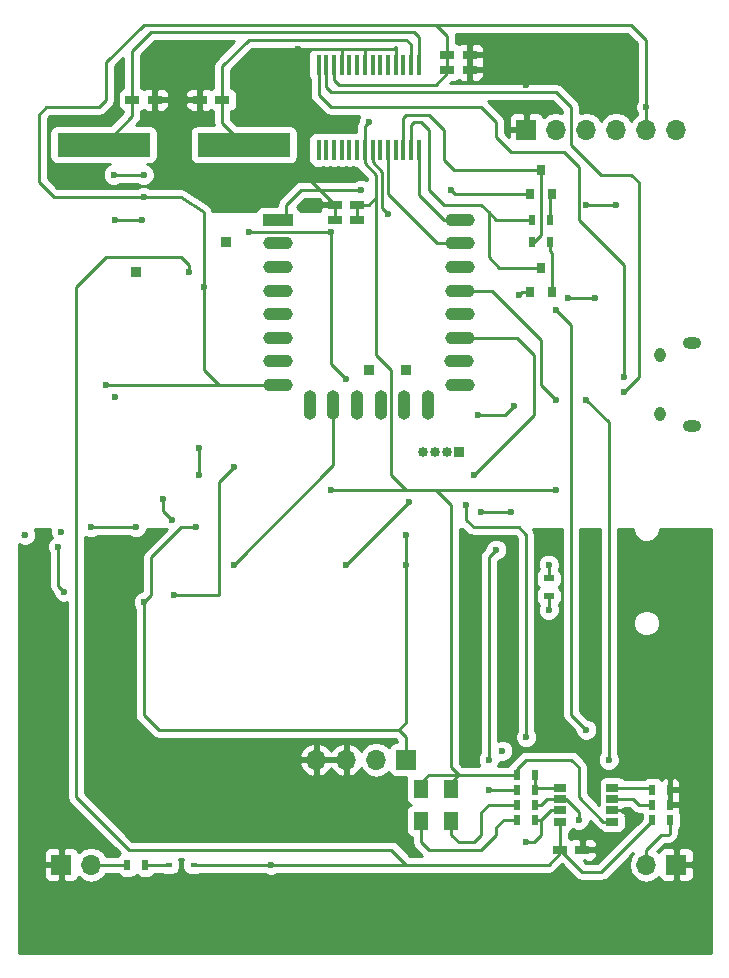
<source format=gbr>
G04 #@! TF.FileFunction,Copper,L2,Bot,Signal*
%FSLAX46Y46*%
G04 Gerber Fmt 4.6, Leading zero omitted, Abs format (unit mm)*
G04 Created by KiCad (PCBNEW 4.0.6) date 01/12/18 22:01:54*
%MOMM*%
%LPD*%
G01*
G04 APERTURE LIST*
%ADD10C,0.100000*%
%ADD11R,7.875000X2.000000*%
%ADD12R,1.200000X0.750000*%
%ADD13R,1.300000X1.500000*%
%ADD14R,1.700000X1.700000*%
%ADD15O,1.700000X1.700000*%
%ADD16R,0.850000X0.850000*%
%ADD17O,0.850000X0.850000*%
%ADD18O,0.950000X1.250000*%
%ADD19O,1.550000X1.000000*%
%ADD20R,0.800000X0.900000*%
%ADD21R,0.900000X0.500000*%
%ADD22R,0.500000X0.900000*%
%ADD23R,0.600000X0.450000*%
%ADD24R,0.450000X1.750000*%
%ADD25R,2.500000X1.100000*%
%ADD26O,2.500000X1.100000*%
%ADD27O,1.100000X2.500000*%
%ADD28R,1.000000X0.700000*%
%ADD29C,0.600000*%
%ADD30C,0.250000*%
%ADD31C,0.254000*%
G04 APERTURE END LIST*
D10*
D11*
X37877500Y-40640000D03*
X49752500Y-40640000D03*
D12*
X40325000Y-36830000D03*
X42225000Y-36830000D03*
X47940000Y-36830000D03*
X46040000Y-36830000D03*
X59370000Y-46990000D03*
X57470000Y-46990000D03*
X59370000Y-45720000D03*
X57470000Y-45720000D03*
X66995000Y-33020000D03*
X68895000Y-33020000D03*
X66995000Y-34290000D03*
X68895000Y-34290000D03*
X76520000Y-100330000D03*
X78420000Y-100330000D03*
D13*
X67310000Y-97870000D03*
X67310000Y-95170000D03*
X64770000Y-97870000D03*
X64770000Y-95170000D03*
D14*
X63500000Y-92710000D03*
D15*
X60960000Y-92710000D03*
X58420000Y-92710000D03*
X55880000Y-92710000D03*
D16*
X67945000Y-66675000D03*
D17*
X66945000Y-66675000D03*
X65945000Y-66675000D03*
X64945000Y-66675000D03*
D14*
X73660000Y-39370000D03*
D15*
X76200000Y-39370000D03*
X78740000Y-39370000D03*
X81280000Y-39370000D03*
X83820000Y-39370000D03*
X86360000Y-39370000D03*
D14*
X34290000Y-101600000D03*
D15*
X36830000Y-101600000D03*
D14*
X86360000Y-101600000D03*
D15*
X83820000Y-101600000D03*
D18*
X85010000Y-63460000D03*
X85010000Y-58460000D03*
D19*
X87710000Y-64460000D03*
X87710000Y-57460000D03*
D20*
X75880000Y-44815000D03*
X73980000Y-44815000D03*
X74930000Y-42815000D03*
X75880000Y-53070000D03*
X73980000Y-53070000D03*
X74930000Y-51070000D03*
D21*
X75565000Y-78855000D03*
X75565000Y-77355000D03*
D22*
X75680000Y-46990000D03*
X74180000Y-46990000D03*
X75680000Y-48895000D03*
X74180000Y-48895000D03*
X84340000Y-95250000D03*
X85840000Y-95250000D03*
X84340000Y-96520000D03*
X85840000Y-96520000D03*
X72910000Y-93980000D03*
X74410000Y-93980000D03*
X72910000Y-95250000D03*
X74410000Y-95250000D03*
X72910000Y-96520000D03*
X74410000Y-96520000D03*
X72910000Y-97790000D03*
X74410000Y-97790000D03*
X41390000Y-101600000D03*
X39890000Y-101600000D03*
X84340000Y-97790000D03*
X85840000Y-97790000D03*
D23*
X45500000Y-101600000D03*
X43400000Y-101600000D03*
D16*
X63500000Y-59690000D03*
X48260000Y-48895000D03*
X60325000Y-59690000D03*
X40640000Y-51435000D03*
D24*
X64550000Y-41065000D03*
X63900000Y-41065000D03*
X63250000Y-41065000D03*
X62600000Y-41065000D03*
X61950000Y-41065000D03*
X61300000Y-41065000D03*
X60650000Y-41065000D03*
X60000000Y-41065000D03*
X59350000Y-41065000D03*
X58700000Y-41065000D03*
X58050000Y-41065000D03*
X57400000Y-41065000D03*
X56750000Y-41065000D03*
X56100000Y-41065000D03*
X56100000Y-33865000D03*
X56750000Y-33865000D03*
X57400000Y-33865000D03*
X58050000Y-33865000D03*
X58700000Y-33865000D03*
X59350000Y-33865000D03*
X60000000Y-33865000D03*
X60650000Y-33865000D03*
X61300000Y-33865000D03*
X61950000Y-33865000D03*
X62600000Y-33865000D03*
X63250000Y-33865000D03*
X63900000Y-33865000D03*
X64550000Y-33865000D03*
D25*
X52640000Y-46990000D03*
D26*
X52640000Y-48990000D03*
X52640000Y-50990000D03*
X52640000Y-52990000D03*
X52640000Y-54990000D03*
X52640000Y-56990000D03*
X52640000Y-58990000D03*
X52640000Y-60990000D03*
X68040000Y-60990000D03*
X67940000Y-58990000D03*
X68040000Y-56990000D03*
X68040000Y-54990000D03*
X68040000Y-52990000D03*
X68040000Y-50990000D03*
X68040000Y-48990000D03*
X68040000Y-46990000D03*
D27*
X55330000Y-62690000D03*
X57330000Y-62690000D03*
X59330000Y-62690000D03*
X61330000Y-62690000D03*
X63330000Y-62690000D03*
X65330000Y-62690000D03*
D28*
X76540000Y-95093000D03*
X76540000Y-96045000D03*
X76540000Y-96995000D03*
X76540000Y-97947000D03*
X80940000Y-97947000D03*
X80940000Y-96995000D03*
X80940000Y-96045000D03*
X80940000Y-95093000D03*
D29*
X34036000Y-74676000D03*
X34544000Y-78486000D03*
X34290000Y-73406000D03*
X58420000Y-76200000D03*
X63754000Y-70866000D03*
X31242000Y-73660000D03*
X71628000Y-91948000D03*
X83820000Y-37465000D03*
X75565000Y-76200000D03*
X63500000Y-76200000D03*
X63500000Y-73660000D03*
X41275000Y-45085000D03*
X41275000Y-79375000D03*
X45720000Y-73025000D03*
X46355000Y-52705000D03*
X38100000Y-60960000D03*
X58420000Y-60452000D03*
X57150000Y-48006000D03*
X50165000Y-48006000D03*
X73660000Y-35560000D03*
X77216000Y-53594000D03*
X79502000Y-53594000D03*
X42926000Y-70612000D03*
X43688000Y-72390000D03*
X38862000Y-46990000D03*
X41148000Y-46990000D03*
X72644000Y-62738000D03*
X69596000Y-63500000D03*
X80010000Y-103632000D03*
X80010000Y-100330000D03*
X38862000Y-61976000D03*
X45974000Y-66294000D03*
X45974000Y-68580000D03*
X42164000Y-33274000D03*
X69215000Y-80960000D03*
X71882000Y-79502000D03*
X54356000Y-32512000D03*
X71374000Y-33020000D03*
X57404000Y-45720000D03*
X61976000Y-46482000D03*
X36830000Y-80518000D03*
X39370000Y-76200000D03*
X60325000Y-38735000D03*
X48895000Y-67945000D03*
X43815000Y-78740000D03*
X57150000Y-69850000D03*
X76200000Y-69850000D03*
X59690000Y-44450000D03*
X67310000Y-44450000D03*
X40640000Y-73025000D03*
X36830000Y-73025000D03*
X45085000Y-51435000D03*
X52070000Y-101600000D03*
X72390000Y-71755000D03*
X69850000Y-71755000D03*
X75565000Y-80010000D03*
X71120000Y-74930000D03*
X70485000Y-95250000D03*
X70485000Y-92710000D03*
X81915000Y-61595000D03*
X81915000Y-60325000D03*
X73025000Y-53340000D03*
X73660000Y-99695000D03*
X73660000Y-90805000D03*
X68580000Y-71120000D03*
X69215000Y-68580000D03*
X48895000Y-76200000D03*
X78105000Y-97790000D03*
X80645000Y-92710000D03*
X78740000Y-62230000D03*
X76200000Y-62230000D03*
X78740000Y-45720000D03*
X81280000Y-45720000D03*
X41275000Y-43180000D03*
X38735000Y-43180000D03*
X78740000Y-90170000D03*
X76200000Y-54610000D03*
X40640000Y-51435000D03*
D30*
X34036000Y-77978000D02*
X34036000Y-74676000D01*
X34544000Y-78486000D02*
X34036000Y-77978000D01*
X63754000Y-70866000D02*
X58420000Y-76200000D01*
X30988000Y-73660000D02*
X31242000Y-73660000D01*
X83820000Y-39370000D02*
X83820000Y-37465000D01*
X83820000Y-37465000D02*
X83820000Y-31750000D01*
X82550000Y-30480000D02*
X66040000Y-30480000D01*
X83820000Y-31750000D02*
X82550000Y-30480000D01*
X75565000Y-77355000D02*
X75565000Y-76200000D01*
X63500000Y-76200000D02*
X63500000Y-89535000D01*
X63500000Y-89535000D02*
X62865000Y-90170000D01*
X63500000Y-73660000D02*
X63500000Y-76200000D01*
X63500000Y-92710000D02*
X63500000Y-90805000D01*
X63500000Y-90805000D02*
X62865000Y-90170000D01*
X41275000Y-88900000D02*
X41275000Y-79375000D01*
X62865000Y-90170000D02*
X42545000Y-90170000D01*
X42545000Y-90170000D02*
X41275000Y-88900000D01*
X46355000Y-52705000D02*
X46355000Y-59690000D01*
X46355000Y-59690000D02*
X47655000Y-60990000D01*
X41275000Y-79375000D02*
X41910000Y-78740000D01*
X44450000Y-73025000D02*
X45720000Y-73025000D01*
X41910000Y-75565000D02*
X44450000Y-73025000D01*
X41910000Y-78740000D02*
X41910000Y-75565000D01*
X66995000Y-33020000D02*
X66995000Y-31435000D01*
X66995000Y-31435000D02*
X66040000Y-30480000D01*
X46355000Y-46355000D02*
X46355000Y-52705000D01*
X44450000Y-45085000D02*
X46355000Y-46355000D01*
X33655000Y-45085000D02*
X41275000Y-45085000D01*
X66040000Y-30480000D02*
X41275000Y-30480000D01*
X41275000Y-30480000D02*
X38100000Y-33655000D01*
X38100000Y-33655000D02*
X38100000Y-36830000D01*
X38100000Y-36830000D02*
X37465000Y-37465000D01*
X37465000Y-37465000D02*
X33020000Y-37465000D01*
X33020000Y-37465000D02*
X32385000Y-38100000D01*
X32385000Y-38100000D02*
X32385000Y-43815000D01*
X32385000Y-43815000D02*
X33655000Y-45085000D01*
X41275000Y-45085000D02*
X44450000Y-45085000D01*
X66995000Y-34290000D02*
X66995000Y-33020000D01*
X57400000Y-33865000D02*
X57400000Y-35175000D01*
X66040000Y-35560000D02*
X66995000Y-34605000D01*
X57785000Y-35560000D02*
X66040000Y-35560000D01*
X57400000Y-35175000D02*
X57785000Y-35560000D01*
X66995000Y-34605000D02*
X66995000Y-34290000D01*
X38100000Y-60960000D02*
X38130000Y-60990000D01*
X38130000Y-60990000D02*
X47655000Y-60990000D01*
X47655000Y-60990000D02*
X53340000Y-60990000D01*
X57150000Y-48006000D02*
X57150000Y-59182000D01*
X57150000Y-59182000D02*
X58420000Y-60452000D01*
X57150000Y-48006000D02*
X50165000Y-48006000D01*
X54356000Y-32512000D02*
X54356000Y-42606000D01*
X54356000Y-42606000D02*
X57470000Y-45720000D01*
X73152000Y-33020000D02*
X71374000Y-33020000D01*
X73660000Y-33528000D02*
X73152000Y-33020000D01*
X73660000Y-35560000D02*
X73660000Y-33528000D01*
X79502000Y-53594000D02*
X77216000Y-53594000D01*
X42926000Y-71628000D02*
X42926000Y-70612000D01*
X43688000Y-72390000D02*
X42926000Y-71628000D01*
X38862000Y-46990000D02*
X41148000Y-46990000D01*
X71882000Y-63500000D02*
X69596000Y-63500000D01*
X71882000Y-63500000D02*
X72644000Y-62738000D01*
X78420000Y-100330000D02*
X80010000Y-100330000D01*
X86360000Y-103886000D02*
X86360000Y-101600000D01*
X85852000Y-104394000D02*
X86360000Y-103886000D01*
X80772000Y-104394000D02*
X85852000Y-104394000D01*
X80010000Y-103632000D02*
X80772000Y-104394000D01*
X45974000Y-68580000D02*
X45974000Y-66294000D01*
X73660000Y-39370000D02*
X72390000Y-39370000D01*
X73660000Y-39370000D02*
X73660000Y-38100000D01*
X42225000Y-33335000D02*
X42164000Y-33274000D01*
X42225000Y-36830000D02*
X42225000Y-33335000D01*
X42225000Y-36830000D02*
X46040000Y-36830000D01*
X57470000Y-46990000D02*
X57470000Y-45720000D01*
X80940000Y-96995000D02*
X81755000Y-96995000D01*
X81755000Y-96995000D02*
X81788000Y-97028000D01*
X69342000Y-81026000D02*
X69281000Y-81026000D01*
X69281000Y-81026000D02*
X69215000Y-80960000D01*
X54356000Y-32512000D02*
X57912000Y-32512000D01*
X68895000Y-33020000D02*
X71374000Y-33020000D01*
X58050000Y-33865000D02*
X58050000Y-32512000D01*
X58050000Y-32512000D02*
X57912000Y-32512000D01*
X60000000Y-33865000D02*
X60000000Y-32512000D01*
X60000000Y-32512000D02*
X59944000Y-32512000D01*
X62600000Y-33865000D02*
X62600000Y-32374000D01*
X62462000Y-32512000D02*
X59944000Y-32512000D01*
X59944000Y-32512000D02*
X57912000Y-32512000D01*
X62600000Y-32374000D02*
X62462000Y-32512000D01*
X57404000Y-45720000D02*
X57470000Y-45720000D01*
X60650000Y-41065000D02*
X60650000Y-42108000D01*
X61468000Y-45974000D02*
X61976000Y-46482000D01*
X61468000Y-42926000D02*
X61468000Y-45974000D01*
X60650000Y-42108000D02*
X61468000Y-42926000D01*
X68895000Y-33020000D02*
X68895000Y-34290000D01*
X38100000Y-80518000D02*
X36830000Y-80518000D01*
X39370000Y-79248000D02*
X38100000Y-80518000D01*
X39370000Y-76200000D02*
X39370000Y-79248000D01*
X40325000Y-36830000D02*
X40325000Y-38192500D01*
X40325000Y-38192500D02*
X37877500Y-40640000D01*
X40325000Y-36830000D02*
X40325000Y-32700000D01*
X64550000Y-31530000D02*
X64550000Y-33865000D01*
X64135000Y-31115000D02*
X64550000Y-31530000D01*
X41910000Y-31115000D02*
X64135000Y-31115000D01*
X40325000Y-32700000D02*
X41910000Y-31115000D01*
X38100000Y-40417500D02*
X37877500Y-40640000D01*
X36195000Y-40640000D02*
X37877500Y-40640000D01*
X47940000Y-36830000D02*
X47940000Y-38827500D01*
X47940000Y-38827500D02*
X49752500Y-40640000D01*
X47940000Y-36830000D02*
X47940000Y-33975000D01*
X63900000Y-32150000D02*
X63900000Y-33865000D01*
X63500000Y-31750000D02*
X63900000Y-32150000D01*
X50165000Y-31750000D02*
X63500000Y-31750000D01*
X47940000Y-33975000D02*
X50165000Y-31750000D01*
X47940000Y-36830000D02*
X48260000Y-36830000D01*
X50800000Y-40640000D02*
X49752500Y-40640000D01*
X60000000Y-41065000D02*
X60000000Y-39060000D01*
X60000000Y-39060000D02*
X60325000Y-38735000D01*
X47625000Y-69215000D02*
X48895000Y-67945000D01*
X47625000Y-78740000D02*
X47625000Y-69215000D01*
X43815000Y-78740000D02*
X47625000Y-78740000D01*
X67945000Y-93980000D02*
X67310000Y-93345000D01*
X67310000Y-71120000D02*
X66040000Y-69850000D01*
X67310000Y-93345000D02*
X67310000Y-71120000D01*
X80940000Y-97947000D02*
X80167000Y-97947000D01*
X72910000Y-93460000D02*
X72910000Y-93980000D01*
X73660000Y-92710000D02*
X72910000Y-93460000D01*
X77470000Y-92710000D02*
X73660000Y-92710000D01*
X78105000Y-93345000D02*
X77470000Y-92710000D01*
X78105000Y-95885000D02*
X78105000Y-93345000D01*
X80167000Y-97947000D02*
X78105000Y-95885000D01*
X67945000Y-93980000D02*
X65405000Y-93980000D01*
X65405000Y-93980000D02*
X64770000Y-94615000D01*
X64770000Y-94615000D02*
X64770000Y-95170000D01*
X72910000Y-93980000D02*
X67945000Y-93980000D01*
X67945000Y-93980000D02*
X67310000Y-94615000D01*
X67310000Y-94615000D02*
X67310000Y-95170000D01*
X59370000Y-46990000D02*
X59370000Y-45720000D01*
X59370000Y-45720000D02*
X60325000Y-45720000D01*
X60325000Y-45720000D02*
X60960000Y-45085000D01*
X62230000Y-68580000D02*
X63500000Y-69850000D01*
X60000000Y-41065000D02*
X60000000Y-42220000D01*
X60960000Y-43180000D02*
X60960000Y-45085000D01*
X60000000Y-42220000D02*
X60960000Y-43180000D01*
X60960000Y-45085000D02*
X60960000Y-58420000D01*
X60960000Y-58420000D02*
X62230000Y-59690000D01*
X62230000Y-59690000D02*
X62230000Y-68580000D01*
X57150000Y-69850000D02*
X63500000Y-69850000D01*
X66040000Y-69850000D02*
X76200000Y-69850000D01*
X63500000Y-69850000D02*
X66040000Y-69850000D01*
X73980000Y-44815000D02*
X67675000Y-44815000D01*
X53340000Y-45720000D02*
X53340000Y-46990000D01*
X54610000Y-44450000D02*
X53340000Y-45720000D01*
X59690000Y-44450000D02*
X54610000Y-44450000D01*
X67675000Y-44815000D02*
X67310000Y-44450000D01*
X36830000Y-73025000D02*
X40640000Y-73025000D01*
X62230000Y-100330000D02*
X63500000Y-101600000D01*
X40005000Y-100330000D02*
X62230000Y-100330000D01*
X35560000Y-95885000D02*
X40005000Y-100330000D01*
X35560000Y-52705000D02*
X35560000Y-95885000D01*
X38100000Y-50165000D02*
X35560000Y-52705000D01*
X44450000Y-50165000D02*
X38100000Y-50165000D01*
X45085000Y-50800000D02*
X44450000Y-50165000D01*
X45085000Y-51435000D02*
X45085000Y-50800000D01*
X45500000Y-101600000D02*
X52070000Y-101600000D01*
X52070000Y-101600000D02*
X63500000Y-101600000D01*
X63500000Y-101600000D02*
X75565000Y-101600000D01*
X75565000Y-101600000D02*
X76520000Y-100645000D01*
X76520000Y-100645000D02*
X76520000Y-100330000D01*
X76520000Y-100330000D02*
X76520000Y-97967000D01*
X76520000Y-97967000D02*
X76540000Y-97947000D01*
X84340000Y-97790000D02*
X84340000Y-97905000D01*
X84340000Y-97905000D02*
X80010000Y-102235000D01*
X80010000Y-102235000D02*
X78425000Y-102235000D01*
X78425000Y-102235000D02*
X76520000Y-100330000D01*
X67310000Y-97870000D02*
X67310000Y-99060000D01*
X70485000Y-96520000D02*
X72910000Y-96520000D01*
X69850000Y-97155000D02*
X70485000Y-96520000D01*
X69850000Y-99060000D02*
X69850000Y-97155000D01*
X69215000Y-99695000D02*
X69850000Y-99060000D01*
X67945000Y-99695000D02*
X69215000Y-99695000D01*
X67310000Y-99060000D02*
X67945000Y-99695000D01*
X72910000Y-97790000D02*
X71755000Y-97790000D01*
X64770000Y-99695000D02*
X65405000Y-100330000D01*
X65405000Y-100330000D02*
X69850000Y-100330000D01*
X69850000Y-100330000D02*
X71120000Y-99060000D01*
X71120000Y-99060000D02*
X71120000Y-98425000D01*
X71120000Y-98425000D02*
X71755000Y-97790000D01*
X64770000Y-99695000D02*
X64770000Y-97870000D01*
X72390000Y-71755000D02*
X69850000Y-71755000D01*
X75565000Y-80010000D02*
X75565000Y-78855000D01*
X72910000Y-95250000D02*
X70485000Y-95250000D01*
X70485000Y-75565000D02*
X70485000Y-92710000D01*
X70485000Y-75565000D02*
X71120000Y-74930000D01*
X36830000Y-101600000D02*
X39890000Y-101600000D01*
X83820000Y-101600000D02*
X83820000Y-100330000D01*
X85840000Y-98945000D02*
X85840000Y-97790000D01*
X85725000Y-99060000D02*
X85840000Y-98945000D01*
X85090000Y-99060000D02*
X85725000Y-99060000D01*
X83820000Y-100330000D02*
X85090000Y-99060000D01*
X56750000Y-34925000D02*
X56750000Y-35795000D01*
X57150000Y-36195000D02*
X57785000Y-36195000D01*
X56750000Y-35795000D02*
X57150000Y-36195000D01*
X56750000Y-33865000D02*
X56750000Y-34925000D01*
X57785000Y-36195000D02*
X76200000Y-36195000D01*
X76200000Y-36195000D02*
X77470000Y-37465000D01*
X77470000Y-37465000D02*
X77470000Y-40640000D01*
X77470000Y-40640000D02*
X80010000Y-43180000D01*
X80010000Y-43180000D02*
X82550000Y-43180000D01*
X82550000Y-43180000D02*
X83185000Y-43815000D01*
X83185000Y-43815000D02*
X83185000Y-60325000D01*
X83185000Y-60325000D02*
X81915000Y-61595000D01*
X56100000Y-35560000D02*
X56100000Y-36415000D01*
X57150000Y-37465000D02*
X57785000Y-37465000D01*
X56100000Y-36415000D02*
X57150000Y-37465000D01*
X69850000Y-37465000D02*
X71120000Y-38735000D01*
X57785000Y-37465000D02*
X69850000Y-37465000D01*
X81915000Y-60325000D02*
X81915000Y-50800000D01*
X81915000Y-50800000D02*
X78105000Y-46990000D01*
X78105000Y-46990000D02*
X78105000Y-42545000D01*
X78105000Y-42545000D02*
X76835000Y-41275000D01*
X76835000Y-41275000D02*
X72390000Y-41275000D01*
X72390000Y-41275000D02*
X71120000Y-40005000D01*
X71120000Y-40005000D02*
X71120000Y-38735000D01*
X56100000Y-35560000D02*
X56100000Y-33865000D01*
X75680000Y-46990000D02*
X75680000Y-45015000D01*
X75680000Y-45015000D02*
X75880000Y-44815000D01*
X63250000Y-41065000D02*
X63250000Y-38350000D01*
X67580000Y-42815000D02*
X74930000Y-42815000D01*
X66675000Y-41910000D02*
X67580000Y-42815000D01*
X66675000Y-39370000D02*
X66675000Y-41910000D01*
X65405000Y-38100000D02*
X66675000Y-39370000D01*
X63500000Y-38100000D02*
X65405000Y-38100000D01*
X63250000Y-38350000D02*
X63500000Y-38100000D01*
X74180000Y-48895000D02*
X74295000Y-48895000D01*
X74295000Y-48895000D02*
X74930000Y-48260000D01*
X74930000Y-48260000D02*
X74930000Y-42815000D01*
X75680000Y-48895000D02*
X75680000Y-49645000D01*
X75880000Y-49845000D02*
X75880000Y-53070000D01*
X75680000Y-49645000D02*
X75880000Y-49845000D01*
X73295000Y-53070000D02*
X73980000Y-53070000D01*
X73025000Y-53340000D02*
X73295000Y-53070000D01*
X74180000Y-46990000D02*
X71120000Y-46990000D01*
X71120000Y-46990000D02*
X70485000Y-46355000D01*
X63900000Y-41065000D02*
X63900000Y-38970000D01*
X71390000Y-51070000D02*
X74930000Y-51070000D01*
X70485000Y-50165000D02*
X71390000Y-51070000D01*
X70485000Y-46355000D02*
X70485000Y-50165000D01*
X69850000Y-45720000D02*
X70485000Y-46355000D01*
X66675000Y-45720000D02*
X69850000Y-45720000D01*
X65405000Y-44450000D02*
X66675000Y-45720000D01*
X65405000Y-39370000D02*
X65405000Y-44450000D01*
X64770000Y-38735000D02*
X65405000Y-39370000D01*
X64135000Y-38735000D02*
X64770000Y-38735000D01*
X63900000Y-38970000D02*
X64135000Y-38735000D01*
X67340000Y-56990000D02*
X72865000Y-56990000D01*
X74930000Y-99060000D02*
X74930000Y-97790000D01*
X74295000Y-99695000D02*
X74930000Y-99060000D01*
X73660000Y-99695000D02*
X74295000Y-99695000D01*
X73660000Y-73660000D02*
X73660000Y-90805000D01*
X73025000Y-73025000D02*
X73660000Y-73660000D01*
X69215000Y-73025000D02*
X73025000Y-73025000D01*
X68580000Y-72390000D02*
X69215000Y-73025000D01*
X68580000Y-71120000D02*
X68580000Y-72390000D01*
X74295000Y-63500000D02*
X69215000Y-68580000D01*
X74295000Y-58420000D02*
X74295000Y-63500000D01*
X72865000Y-56990000D02*
X74295000Y-58420000D01*
X76540000Y-96995000D02*
X75725000Y-96995000D01*
X75725000Y-96995000D02*
X74930000Y-97790000D01*
X74930000Y-97790000D02*
X74410000Y-97790000D01*
X57330000Y-61990000D02*
X57330000Y-67765000D01*
X57330000Y-67765000D02*
X48895000Y-76200000D01*
X80940000Y-95093000D02*
X84183000Y-95093000D01*
X84183000Y-95093000D02*
X84340000Y-95250000D01*
X80940000Y-96045000D02*
X82710000Y-96045000D01*
X83185000Y-96520000D02*
X84340000Y-96520000D01*
X82710000Y-96045000D02*
X83185000Y-96520000D01*
X74410000Y-93980000D02*
X74410000Y-95250000D01*
X76540000Y-95093000D02*
X74567000Y-95093000D01*
X74567000Y-95093000D02*
X74410000Y-95250000D01*
X67340000Y-52990000D02*
X70770000Y-52990000D01*
X78105000Y-97155000D02*
X76995000Y-96045000D01*
X78105000Y-97790000D02*
X78105000Y-97155000D01*
X80645000Y-64135000D02*
X80645000Y-92710000D01*
X78740000Y-62230000D02*
X80645000Y-64135000D01*
X74930000Y-60960000D02*
X76200000Y-62230000D01*
X74930000Y-57150000D02*
X74930000Y-60960000D01*
X70770000Y-52990000D02*
X74930000Y-57150000D01*
X76995000Y-96045000D02*
X76540000Y-96045000D01*
X76540000Y-96045000D02*
X75405000Y-96045000D01*
X74930000Y-96520000D02*
X74410000Y-96520000D01*
X75405000Y-96045000D02*
X74930000Y-96520000D01*
X41390000Y-101600000D02*
X43400000Y-101600000D01*
X67340000Y-46990000D02*
X66675000Y-46990000D01*
X64550000Y-44865000D02*
X64550000Y-41065000D01*
X66675000Y-46990000D02*
X64550000Y-44865000D01*
X81280000Y-45720000D02*
X78740000Y-45720000D01*
X67340000Y-48990000D02*
X66135000Y-48990000D01*
X61950000Y-44805000D02*
X61950000Y-41065000D01*
X66135000Y-48990000D02*
X61950000Y-44805000D01*
X38735000Y-43180000D02*
X41275000Y-43180000D01*
X77470000Y-88900000D02*
X78740000Y-90170000D01*
X77470000Y-55880000D02*
X77470000Y-88900000D01*
X76200000Y-54610000D02*
X77470000Y-55880000D01*
D31*
G36*
X47402599Y-33437599D02*
X47237852Y-33684161D01*
X47180000Y-33975000D01*
X47180000Y-35837666D01*
X47104683Y-35851838D01*
X47001354Y-35918329D01*
X46999698Y-35916673D01*
X46766309Y-35820000D01*
X46325750Y-35820000D01*
X46167000Y-35978750D01*
X46167000Y-36703000D01*
X46187000Y-36703000D01*
X46187000Y-36957000D01*
X46167000Y-36957000D01*
X46167000Y-37681250D01*
X46325750Y-37840000D01*
X46766309Y-37840000D01*
X46999698Y-37743327D01*
X47001068Y-37741957D01*
X47088110Y-37801431D01*
X47180000Y-37820039D01*
X47180000Y-38827500D01*
X47212833Y-38992560D01*
X45815000Y-38992560D01*
X45579683Y-39036838D01*
X45363559Y-39175910D01*
X45218569Y-39388110D01*
X45167560Y-39640000D01*
X45167560Y-41640000D01*
X45211838Y-41875317D01*
X45350910Y-42091441D01*
X45563110Y-42236431D01*
X45815000Y-42287440D01*
X53690000Y-42287440D01*
X53925317Y-42243162D01*
X54141441Y-42104090D01*
X54286431Y-41891890D01*
X54337440Y-41640000D01*
X54337440Y-39640000D01*
X54293162Y-39404683D01*
X54154090Y-39188559D01*
X53941890Y-39043569D01*
X53690000Y-38992560D01*
X49179862Y-38992560D01*
X48700000Y-38512698D01*
X48700000Y-37822334D01*
X48775317Y-37808162D01*
X48991441Y-37669090D01*
X49136431Y-37456890D01*
X49187440Y-37205000D01*
X49187440Y-36455000D01*
X49143162Y-36219683D01*
X49004090Y-36003559D01*
X48791890Y-35858569D01*
X48700000Y-35839961D01*
X48700000Y-34289802D01*
X50479802Y-32510000D01*
X55448284Y-32510000D01*
X55423559Y-32525910D01*
X55278569Y-32738110D01*
X55227560Y-32990000D01*
X55227560Y-34740000D01*
X55271838Y-34975317D01*
X55340000Y-35081244D01*
X55340000Y-36415000D01*
X55397852Y-36705839D01*
X55562599Y-36952401D01*
X56612599Y-38002401D01*
X56859160Y-38167148D01*
X57150000Y-38225000D01*
X59524367Y-38225000D01*
X59390162Y-38548201D01*
X59390090Y-38631117D01*
X59297852Y-38769161D01*
X59240000Y-39060000D01*
X59240000Y-39542560D01*
X59125000Y-39542560D01*
X59021329Y-39562067D01*
X58925000Y-39542560D01*
X58475000Y-39542560D01*
X58371329Y-39562067D01*
X58275000Y-39542560D01*
X57825000Y-39542560D01*
X57721329Y-39562067D01*
X57625000Y-39542560D01*
X57175000Y-39542560D01*
X57071329Y-39562067D01*
X56975000Y-39542560D01*
X56525000Y-39542560D01*
X56421329Y-39562067D01*
X56325000Y-39542560D01*
X55875000Y-39542560D01*
X55639683Y-39586838D01*
X55423559Y-39725910D01*
X55278569Y-39938110D01*
X55227560Y-40190000D01*
X55227560Y-41940000D01*
X55271838Y-42175317D01*
X55410910Y-42391441D01*
X55623110Y-42536431D01*
X55875000Y-42587440D01*
X56325000Y-42587440D01*
X56428671Y-42567933D01*
X56525000Y-42587440D01*
X56975000Y-42587440D01*
X57078671Y-42567933D01*
X57175000Y-42587440D01*
X57625000Y-42587440D01*
X57728671Y-42567933D01*
X57825000Y-42587440D01*
X58275000Y-42587440D01*
X58378671Y-42567933D01*
X58475000Y-42587440D01*
X58925000Y-42587440D01*
X59028671Y-42567933D01*
X59125000Y-42587440D01*
X59349035Y-42587440D01*
X59462599Y-42757401D01*
X60200000Y-43494802D01*
X60200000Y-43649367D01*
X59876799Y-43515162D01*
X59504833Y-43514838D01*
X59161057Y-43656883D01*
X59127882Y-43690000D01*
X54610000Y-43690000D01*
X54319160Y-43747852D01*
X54072599Y-43912599D01*
X52802599Y-45182599D01*
X52637852Y-45429161D01*
X52580000Y-45720000D01*
X52580000Y-45792560D01*
X51390000Y-45792560D01*
X51154683Y-45836838D01*
X50938559Y-45975910D01*
X50793569Y-46188110D01*
X50785491Y-46228000D01*
X47100264Y-46228000D01*
X47100241Y-46205952D01*
X47071675Y-46137190D01*
X47057148Y-46064161D01*
X47015342Y-46001594D01*
X46986474Y-45932106D01*
X46933769Y-45879511D01*
X46892401Y-45817599D01*
X46829835Y-45775794D01*
X46776572Y-45722642D01*
X44871572Y-44452642D01*
X44802749Y-44424219D01*
X44740839Y-44382852D01*
X44667038Y-44368172D01*
X44597489Y-44339449D01*
X44523031Y-44339527D01*
X44450000Y-44325000D01*
X41837463Y-44325000D01*
X41805327Y-44292808D01*
X41461799Y-44150162D01*
X41089833Y-44149838D01*
X40746057Y-44291883D01*
X40712882Y-44325000D01*
X33969802Y-44325000D01*
X33145000Y-43500198D01*
X33145000Y-38414802D01*
X33334802Y-38225000D01*
X37465000Y-38225000D01*
X37755839Y-38167148D01*
X38002401Y-38002401D01*
X38637401Y-37367401D01*
X38802148Y-37120839D01*
X38860000Y-36830000D01*
X38860000Y-33969802D01*
X39565000Y-33264802D01*
X39565000Y-35837666D01*
X39489683Y-35851838D01*
X39273559Y-35990910D01*
X39128569Y-36203110D01*
X39077560Y-36455000D01*
X39077560Y-37205000D01*
X39121838Y-37440317D01*
X39260910Y-37656441D01*
X39473110Y-37801431D01*
X39565000Y-37820039D01*
X39565000Y-37877698D01*
X38450138Y-38992560D01*
X33940000Y-38992560D01*
X33704683Y-39036838D01*
X33488559Y-39175910D01*
X33343569Y-39388110D01*
X33292560Y-39640000D01*
X33292560Y-41640000D01*
X33336838Y-41875317D01*
X33475910Y-42091441D01*
X33688110Y-42236431D01*
X33940000Y-42287440D01*
X38446728Y-42287440D01*
X38206057Y-42386883D01*
X37942808Y-42649673D01*
X37800162Y-42993201D01*
X37799838Y-43365167D01*
X37941883Y-43708943D01*
X38204673Y-43972192D01*
X38548201Y-44114838D01*
X38920167Y-44115162D01*
X39263943Y-43973117D01*
X39297118Y-43940000D01*
X40712537Y-43940000D01*
X40744673Y-43972192D01*
X41088201Y-44114838D01*
X41460167Y-44115162D01*
X41803943Y-43973117D01*
X42067192Y-43710327D01*
X42209838Y-43366799D01*
X42210162Y-42994833D01*
X42068117Y-42651057D01*
X41805327Y-42387808D01*
X41563615Y-42287440D01*
X41815000Y-42287440D01*
X42050317Y-42243162D01*
X42266441Y-42104090D01*
X42411431Y-41891890D01*
X42462440Y-41640000D01*
X42462440Y-39640000D01*
X42418162Y-39404683D01*
X42279090Y-39188559D01*
X42066890Y-39043569D01*
X41815000Y-38992560D01*
X40599742Y-38992560D01*
X40862401Y-38729901D01*
X41027148Y-38483339D01*
X41085000Y-38192500D01*
X41085000Y-37822334D01*
X41160317Y-37808162D01*
X41263646Y-37741671D01*
X41265302Y-37743327D01*
X41498691Y-37840000D01*
X41939250Y-37840000D01*
X42098000Y-37681250D01*
X42098000Y-36957000D01*
X42352000Y-36957000D01*
X42352000Y-37681250D01*
X42510750Y-37840000D01*
X42951309Y-37840000D01*
X43184698Y-37743327D01*
X43363327Y-37564699D01*
X43460000Y-37331310D01*
X43460000Y-37115750D01*
X44805000Y-37115750D01*
X44805000Y-37331310D01*
X44901673Y-37564699D01*
X45080302Y-37743327D01*
X45313691Y-37840000D01*
X45754250Y-37840000D01*
X45913000Y-37681250D01*
X45913000Y-36957000D01*
X44963750Y-36957000D01*
X44805000Y-37115750D01*
X43460000Y-37115750D01*
X43301250Y-36957000D01*
X42352000Y-36957000D01*
X42098000Y-36957000D01*
X42078000Y-36957000D01*
X42078000Y-36703000D01*
X42098000Y-36703000D01*
X42098000Y-35978750D01*
X42352000Y-35978750D01*
X42352000Y-36703000D01*
X43301250Y-36703000D01*
X43460000Y-36544250D01*
X43460000Y-36328690D01*
X44805000Y-36328690D01*
X44805000Y-36544250D01*
X44963750Y-36703000D01*
X45913000Y-36703000D01*
X45913000Y-35978750D01*
X45754250Y-35820000D01*
X45313691Y-35820000D01*
X45080302Y-35916673D01*
X44901673Y-36095301D01*
X44805000Y-36328690D01*
X43460000Y-36328690D01*
X43363327Y-36095301D01*
X43184698Y-35916673D01*
X42951309Y-35820000D01*
X42510750Y-35820000D01*
X42352000Y-35978750D01*
X42098000Y-35978750D01*
X41939250Y-35820000D01*
X41498691Y-35820000D01*
X41265302Y-35916673D01*
X41263932Y-35918043D01*
X41176890Y-35858569D01*
X41085000Y-35839961D01*
X41085000Y-33014802D01*
X42224803Y-31875000D01*
X48965198Y-31875000D01*
X47402599Y-33437599D01*
X47402599Y-33437599D01*
G37*
X47402599Y-33437599D02*
X47237852Y-33684161D01*
X47180000Y-33975000D01*
X47180000Y-35837666D01*
X47104683Y-35851838D01*
X47001354Y-35918329D01*
X46999698Y-35916673D01*
X46766309Y-35820000D01*
X46325750Y-35820000D01*
X46167000Y-35978750D01*
X46167000Y-36703000D01*
X46187000Y-36703000D01*
X46187000Y-36957000D01*
X46167000Y-36957000D01*
X46167000Y-37681250D01*
X46325750Y-37840000D01*
X46766309Y-37840000D01*
X46999698Y-37743327D01*
X47001068Y-37741957D01*
X47088110Y-37801431D01*
X47180000Y-37820039D01*
X47180000Y-38827500D01*
X47212833Y-38992560D01*
X45815000Y-38992560D01*
X45579683Y-39036838D01*
X45363559Y-39175910D01*
X45218569Y-39388110D01*
X45167560Y-39640000D01*
X45167560Y-41640000D01*
X45211838Y-41875317D01*
X45350910Y-42091441D01*
X45563110Y-42236431D01*
X45815000Y-42287440D01*
X53690000Y-42287440D01*
X53925317Y-42243162D01*
X54141441Y-42104090D01*
X54286431Y-41891890D01*
X54337440Y-41640000D01*
X54337440Y-39640000D01*
X54293162Y-39404683D01*
X54154090Y-39188559D01*
X53941890Y-39043569D01*
X53690000Y-38992560D01*
X49179862Y-38992560D01*
X48700000Y-38512698D01*
X48700000Y-37822334D01*
X48775317Y-37808162D01*
X48991441Y-37669090D01*
X49136431Y-37456890D01*
X49187440Y-37205000D01*
X49187440Y-36455000D01*
X49143162Y-36219683D01*
X49004090Y-36003559D01*
X48791890Y-35858569D01*
X48700000Y-35839961D01*
X48700000Y-34289802D01*
X50479802Y-32510000D01*
X55448284Y-32510000D01*
X55423559Y-32525910D01*
X55278569Y-32738110D01*
X55227560Y-32990000D01*
X55227560Y-34740000D01*
X55271838Y-34975317D01*
X55340000Y-35081244D01*
X55340000Y-36415000D01*
X55397852Y-36705839D01*
X55562599Y-36952401D01*
X56612599Y-38002401D01*
X56859160Y-38167148D01*
X57150000Y-38225000D01*
X59524367Y-38225000D01*
X59390162Y-38548201D01*
X59390090Y-38631117D01*
X59297852Y-38769161D01*
X59240000Y-39060000D01*
X59240000Y-39542560D01*
X59125000Y-39542560D01*
X59021329Y-39562067D01*
X58925000Y-39542560D01*
X58475000Y-39542560D01*
X58371329Y-39562067D01*
X58275000Y-39542560D01*
X57825000Y-39542560D01*
X57721329Y-39562067D01*
X57625000Y-39542560D01*
X57175000Y-39542560D01*
X57071329Y-39562067D01*
X56975000Y-39542560D01*
X56525000Y-39542560D01*
X56421329Y-39562067D01*
X56325000Y-39542560D01*
X55875000Y-39542560D01*
X55639683Y-39586838D01*
X55423559Y-39725910D01*
X55278569Y-39938110D01*
X55227560Y-40190000D01*
X55227560Y-41940000D01*
X55271838Y-42175317D01*
X55410910Y-42391441D01*
X55623110Y-42536431D01*
X55875000Y-42587440D01*
X56325000Y-42587440D01*
X56428671Y-42567933D01*
X56525000Y-42587440D01*
X56975000Y-42587440D01*
X57078671Y-42567933D01*
X57175000Y-42587440D01*
X57625000Y-42587440D01*
X57728671Y-42567933D01*
X57825000Y-42587440D01*
X58275000Y-42587440D01*
X58378671Y-42567933D01*
X58475000Y-42587440D01*
X58925000Y-42587440D01*
X59028671Y-42567933D01*
X59125000Y-42587440D01*
X59349035Y-42587440D01*
X59462599Y-42757401D01*
X60200000Y-43494802D01*
X60200000Y-43649367D01*
X59876799Y-43515162D01*
X59504833Y-43514838D01*
X59161057Y-43656883D01*
X59127882Y-43690000D01*
X54610000Y-43690000D01*
X54319160Y-43747852D01*
X54072599Y-43912599D01*
X52802599Y-45182599D01*
X52637852Y-45429161D01*
X52580000Y-45720000D01*
X52580000Y-45792560D01*
X51390000Y-45792560D01*
X51154683Y-45836838D01*
X50938559Y-45975910D01*
X50793569Y-46188110D01*
X50785491Y-46228000D01*
X47100264Y-46228000D01*
X47100241Y-46205952D01*
X47071675Y-46137190D01*
X47057148Y-46064161D01*
X47015342Y-46001594D01*
X46986474Y-45932106D01*
X46933769Y-45879511D01*
X46892401Y-45817599D01*
X46829835Y-45775794D01*
X46776572Y-45722642D01*
X44871572Y-44452642D01*
X44802749Y-44424219D01*
X44740839Y-44382852D01*
X44667038Y-44368172D01*
X44597489Y-44339449D01*
X44523031Y-44339527D01*
X44450000Y-44325000D01*
X41837463Y-44325000D01*
X41805327Y-44292808D01*
X41461799Y-44150162D01*
X41089833Y-44149838D01*
X40746057Y-44291883D01*
X40712882Y-44325000D01*
X33969802Y-44325000D01*
X33145000Y-43500198D01*
X33145000Y-38414802D01*
X33334802Y-38225000D01*
X37465000Y-38225000D01*
X37755839Y-38167148D01*
X38002401Y-38002401D01*
X38637401Y-37367401D01*
X38802148Y-37120839D01*
X38860000Y-36830000D01*
X38860000Y-33969802D01*
X39565000Y-33264802D01*
X39565000Y-35837666D01*
X39489683Y-35851838D01*
X39273559Y-35990910D01*
X39128569Y-36203110D01*
X39077560Y-36455000D01*
X39077560Y-37205000D01*
X39121838Y-37440317D01*
X39260910Y-37656441D01*
X39473110Y-37801431D01*
X39565000Y-37820039D01*
X39565000Y-37877698D01*
X38450138Y-38992560D01*
X33940000Y-38992560D01*
X33704683Y-39036838D01*
X33488559Y-39175910D01*
X33343569Y-39388110D01*
X33292560Y-39640000D01*
X33292560Y-41640000D01*
X33336838Y-41875317D01*
X33475910Y-42091441D01*
X33688110Y-42236431D01*
X33940000Y-42287440D01*
X38446728Y-42287440D01*
X38206057Y-42386883D01*
X37942808Y-42649673D01*
X37800162Y-42993201D01*
X37799838Y-43365167D01*
X37941883Y-43708943D01*
X38204673Y-43972192D01*
X38548201Y-44114838D01*
X38920167Y-44115162D01*
X39263943Y-43973117D01*
X39297118Y-43940000D01*
X40712537Y-43940000D01*
X40744673Y-43972192D01*
X41088201Y-44114838D01*
X41460167Y-44115162D01*
X41803943Y-43973117D01*
X42067192Y-43710327D01*
X42209838Y-43366799D01*
X42210162Y-42994833D01*
X42068117Y-42651057D01*
X41805327Y-42387808D01*
X41563615Y-42287440D01*
X41815000Y-42287440D01*
X42050317Y-42243162D01*
X42266441Y-42104090D01*
X42411431Y-41891890D01*
X42462440Y-41640000D01*
X42462440Y-39640000D01*
X42418162Y-39404683D01*
X42279090Y-39188559D01*
X42066890Y-39043569D01*
X41815000Y-38992560D01*
X40599742Y-38992560D01*
X40862401Y-38729901D01*
X41027148Y-38483339D01*
X41085000Y-38192500D01*
X41085000Y-37822334D01*
X41160317Y-37808162D01*
X41263646Y-37741671D01*
X41265302Y-37743327D01*
X41498691Y-37840000D01*
X41939250Y-37840000D01*
X42098000Y-37681250D01*
X42098000Y-36957000D01*
X42352000Y-36957000D01*
X42352000Y-37681250D01*
X42510750Y-37840000D01*
X42951309Y-37840000D01*
X43184698Y-37743327D01*
X43363327Y-37564699D01*
X43460000Y-37331310D01*
X43460000Y-37115750D01*
X44805000Y-37115750D01*
X44805000Y-37331310D01*
X44901673Y-37564699D01*
X45080302Y-37743327D01*
X45313691Y-37840000D01*
X45754250Y-37840000D01*
X45913000Y-37681250D01*
X45913000Y-36957000D01*
X44963750Y-36957000D01*
X44805000Y-37115750D01*
X43460000Y-37115750D01*
X43301250Y-36957000D01*
X42352000Y-36957000D01*
X42098000Y-36957000D01*
X42078000Y-36957000D01*
X42078000Y-36703000D01*
X42098000Y-36703000D01*
X42098000Y-35978750D01*
X42352000Y-35978750D01*
X42352000Y-36703000D01*
X43301250Y-36703000D01*
X43460000Y-36544250D01*
X43460000Y-36328690D01*
X44805000Y-36328690D01*
X44805000Y-36544250D01*
X44963750Y-36703000D01*
X45913000Y-36703000D01*
X45913000Y-35978750D01*
X45754250Y-35820000D01*
X45313691Y-35820000D01*
X45080302Y-35916673D01*
X44901673Y-36095301D01*
X44805000Y-36328690D01*
X43460000Y-36328690D01*
X43363327Y-36095301D01*
X43184698Y-35916673D01*
X42951309Y-35820000D01*
X42510750Y-35820000D01*
X42352000Y-35978750D01*
X42098000Y-35978750D01*
X41939250Y-35820000D01*
X41498691Y-35820000D01*
X41265302Y-35916673D01*
X41263932Y-35918043D01*
X41176890Y-35858569D01*
X41085000Y-35839961D01*
X41085000Y-33014802D01*
X42224803Y-31875000D01*
X48965198Y-31875000D01*
X47402599Y-33437599D01*
G36*
X56235000Y-45218690D02*
X56235000Y-45434250D01*
X56393750Y-45593000D01*
X57343000Y-45593000D01*
X57343000Y-45573000D01*
X57597000Y-45573000D01*
X57597000Y-45593000D01*
X57617000Y-45593000D01*
X57617000Y-45847000D01*
X57597000Y-45847000D01*
X57597000Y-45867000D01*
X57343000Y-45867000D01*
X57343000Y-45847000D01*
X56393750Y-45847000D01*
X56235000Y-46005750D01*
X56235000Y-46221310D01*
X56237771Y-46228000D01*
X54497549Y-46228000D01*
X54493162Y-46204683D01*
X54354090Y-45988559D01*
X54230612Y-45904190D01*
X54924802Y-45210000D01*
X56238600Y-45210000D01*
X56235000Y-45218690D01*
X56235000Y-45218690D01*
G37*
X56235000Y-45218690D02*
X56235000Y-45434250D01*
X56393750Y-45593000D01*
X57343000Y-45593000D01*
X57343000Y-45573000D01*
X57597000Y-45573000D01*
X57597000Y-45593000D01*
X57617000Y-45593000D01*
X57617000Y-45847000D01*
X57597000Y-45847000D01*
X57597000Y-45867000D01*
X57343000Y-45867000D01*
X57343000Y-45847000D01*
X56393750Y-45847000D01*
X56235000Y-46005750D01*
X56235000Y-46221310D01*
X56237771Y-46228000D01*
X54497549Y-46228000D01*
X54493162Y-46204683D01*
X54354090Y-45988559D01*
X54230612Y-45904190D01*
X54924802Y-45210000D01*
X56238600Y-45210000D01*
X56235000Y-45218690D01*
G36*
X76710000Y-37779802D02*
X76710000Y-37957352D01*
X76200000Y-37855907D01*
X75631715Y-37968946D01*
X75149946Y-38290853D01*
X75120597Y-38334777D01*
X75048327Y-38160302D01*
X74869699Y-37981673D01*
X74636310Y-37885000D01*
X73945750Y-37885000D01*
X73787000Y-38043750D01*
X73787000Y-39243000D01*
X73807000Y-39243000D01*
X73807000Y-39497000D01*
X73787000Y-39497000D01*
X73787000Y-39517000D01*
X73533000Y-39517000D01*
X73533000Y-39497000D01*
X72333750Y-39497000D01*
X72175000Y-39655750D01*
X72175000Y-39985198D01*
X71880000Y-39690198D01*
X71880000Y-38735000D01*
X71840548Y-38536661D01*
X71822148Y-38444160D01*
X71788426Y-38393691D01*
X72175000Y-38393691D01*
X72175000Y-39084250D01*
X72333750Y-39243000D01*
X73533000Y-39243000D01*
X73533000Y-38043750D01*
X73374250Y-37885000D01*
X72683690Y-37885000D01*
X72450301Y-37981673D01*
X72271673Y-38160302D01*
X72175000Y-38393691D01*
X71788426Y-38393691D01*
X71657401Y-38197599D01*
X70414802Y-36955000D01*
X75885198Y-36955000D01*
X76710000Y-37779802D01*
X76710000Y-37779802D01*
G37*
X76710000Y-37779802D02*
X76710000Y-37957352D01*
X76200000Y-37855907D01*
X75631715Y-37968946D01*
X75149946Y-38290853D01*
X75120597Y-38334777D01*
X75048327Y-38160302D01*
X74869699Y-37981673D01*
X74636310Y-37885000D01*
X73945750Y-37885000D01*
X73787000Y-38043750D01*
X73787000Y-39243000D01*
X73807000Y-39243000D01*
X73807000Y-39497000D01*
X73787000Y-39497000D01*
X73787000Y-39517000D01*
X73533000Y-39517000D01*
X73533000Y-39497000D01*
X72333750Y-39497000D01*
X72175000Y-39655750D01*
X72175000Y-39985198D01*
X71880000Y-39690198D01*
X71880000Y-38735000D01*
X71840548Y-38536661D01*
X71822148Y-38444160D01*
X71788426Y-38393691D01*
X72175000Y-38393691D01*
X72175000Y-39084250D01*
X72333750Y-39243000D01*
X73533000Y-39243000D01*
X73533000Y-38043750D01*
X73374250Y-37885000D01*
X72683690Y-37885000D01*
X72450301Y-37981673D01*
X72271673Y-38160302D01*
X72175000Y-38393691D01*
X71788426Y-38393691D01*
X71657401Y-38197599D01*
X70414802Y-36955000D01*
X75885198Y-36955000D01*
X76710000Y-37779802D01*
G36*
X83060000Y-32064802D02*
X83060000Y-36902537D01*
X83027808Y-36934673D01*
X82885162Y-37278201D01*
X82884838Y-37650167D01*
X83026883Y-37993943D01*
X83060000Y-38027118D01*
X83060000Y-38097046D01*
X82769946Y-38290853D01*
X82550000Y-38620026D01*
X82330054Y-38290853D01*
X81848285Y-37968946D01*
X81280000Y-37855907D01*
X80711715Y-37968946D01*
X80229946Y-38290853D01*
X80010000Y-38620026D01*
X79790054Y-38290853D01*
X79308285Y-37968946D01*
X78740000Y-37855907D01*
X78230000Y-37957352D01*
X78230000Y-37465000D01*
X78172148Y-37174161D01*
X78172148Y-37174160D01*
X78007401Y-36927599D01*
X76737401Y-35657599D01*
X76490839Y-35492852D01*
X76200000Y-35435000D01*
X67239802Y-35435000D01*
X67362362Y-35312440D01*
X67595000Y-35312440D01*
X67830317Y-35268162D01*
X67933646Y-35201671D01*
X67935302Y-35203327D01*
X68168691Y-35300000D01*
X68609250Y-35300000D01*
X68768000Y-35141250D01*
X68768000Y-34417000D01*
X69022000Y-34417000D01*
X69022000Y-35141250D01*
X69180750Y-35300000D01*
X69621309Y-35300000D01*
X69854698Y-35203327D01*
X70033327Y-35024699D01*
X70130000Y-34791310D01*
X70130000Y-34575750D01*
X69971250Y-34417000D01*
X69022000Y-34417000D01*
X68768000Y-34417000D01*
X68748000Y-34417000D01*
X68748000Y-34163000D01*
X68768000Y-34163000D01*
X68768000Y-33147000D01*
X69022000Y-33147000D01*
X69022000Y-34163000D01*
X69971250Y-34163000D01*
X70130000Y-34004250D01*
X70130000Y-33788690D01*
X70074624Y-33655000D01*
X70130000Y-33521310D01*
X70130000Y-33305750D01*
X69971250Y-33147000D01*
X69022000Y-33147000D01*
X68768000Y-33147000D01*
X68748000Y-33147000D01*
X68748000Y-32893000D01*
X68768000Y-32893000D01*
X68768000Y-32168750D01*
X69022000Y-32168750D01*
X69022000Y-32893000D01*
X69971250Y-32893000D01*
X70130000Y-32734250D01*
X70130000Y-32518690D01*
X70033327Y-32285301D01*
X69854698Y-32106673D01*
X69621309Y-32010000D01*
X69180750Y-32010000D01*
X69022000Y-32168750D01*
X68768000Y-32168750D01*
X68609250Y-32010000D01*
X68168691Y-32010000D01*
X67935302Y-32106673D01*
X67933932Y-32108043D01*
X67846890Y-32048569D01*
X67755000Y-32029961D01*
X67755000Y-31435000D01*
X67716212Y-31240000D01*
X82235198Y-31240000D01*
X83060000Y-32064802D01*
X83060000Y-32064802D01*
G37*
X83060000Y-32064802D02*
X83060000Y-36902537D01*
X83027808Y-36934673D01*
X82885162Y-37278201D01*
X82884838Y-37650167D01*
X83026883Y-37993943D01*
X83060000Y-38027118D01*
X83060000Y-38097046D01*
X82769946Y-38290853D01*
X82550000Y-38620026D01*
X82330054Y-38290853D01*
X81848285Y-37968946D01*
X81280000Y-37855907D01*
X80711715Y-37968946D01*
X80229946Y-38290853D01*
X80010000Y-38620026D01*
X79790054Y-38290853D01*
X79308285Y-37968946D01*
X78740000Y-37855907D01*
X78230000Y-37957352D01*
X78230000Y-37465000D01*
X78172148Y-37174161D01*
X78172148Y-37174160D01*
X78007401Y-36927599D01*
X76737401Y-35657599D01*
X76490839Y-35492852D01*
X76200000Y-35435000D01*
X67239802Y-35435000D01*
X67362362Y-35312440D01*
X67595000Y-35312440D01*
X67830317Y-35268162D01*
X67933646Y-35201671D01*
X67935302Y-35203327D01*
X68168691Y-35300000D01*
X68609250Y-35300000D01*
X68768000Y-35141250D01*
X68768000Y-34417000D01*
X69022000Y-34417000D01*
X69022000Y-35141250D01*
X69180750Y-35300000D01*
X69621309Y-35300000D01*
X69854698Y-35203327D01*
X70033327Y-35024699D01*
X70130000Y-34791310D01*
X70130000Y-34575750D01*
X69971250Y-34417000D01*
X69022000Y-34417000D01*
X68768000Y-34417000D01*
X68748000Y-34417000D01*
X68748000Y-34163000D01*
X68768000Y-34163000D01*
X68768000Y-33147000D01*
X69022000Y-33147000D01*
X69022000Y-34163000D01*
X69971250Y-34163000D01*
X70130000Y-34004250D01*
X70130000Y-33788690D01*
X70074624Y-33655000D01*
X70130000Y-33521310D01*
X70130000Y-33305750D01*
X69971250Y-33147000D01*
X69022000Y-33147000D01*
X68768000Y-33147000D01*
X68748000Y-33147000D01*
X68748000Y-32893000D01*
X68768000Y-32893000D01*
X68768000Y-32168750D01*
X69022000Y-32168750D01*
X69022000Y-32893000D01*
X69971250Y-32893000D01*
X70130000Y-32734250D01*
X70130000Y-32518690D01*
X70033327Y-32285301D01*
X69854698Y-32106673D01*
X69621309Y-32010000D01*
X69180750Y-32010000D01*
X69022000Y-32168750D01*
X68768000Y-32168750D01*
X68609250Y-32010000D01*
X68168691Y-32010000D01*
X67935302Y-32106673D01*
X67933932Y-32108043D01*
X67846890Y-32048569D01*
X67755000Y-32029961D01*
X67755000Y-31435000D01*
X67716212Y-31240000D01*
X82235198Y-31240000D01*
X83060000Y-32064802D01*
G36*
X33355162Y-73219201D02*
X33354838Y-73591167D01*
X33484625Y-73905276D01*
X33243808Y-74145673D01*
X33101162Y-74489201D01*
X33100838Y-74861167D01*
X33242883Y-75204943D01*
X33276000Y-75238118D01*
X33276000Y-77978000D01*
X33333852Y-78268839D01*
X33498599Y-78515401D01*
X33608878Y-78625680D01*
X33608838Y-78671167D01*
X33750883Y-79014943D01*
X34013673Y-79278192D01*
X34357201Y-79420838D01*
X34729167Y-79421162D01*
X34800000Y-79391894D01*
X34800000Y-95885000D01*
X34857852Y-96175839D01*
X35022599Y-96422401D01*
X39247914Y-100647716D01*
X39188559Y-100685910D01*
X39083274Y-100840000D01*
X38093301Y-100840000D01*
X37880054Y-100520853D01*
X37398285Y-100198946D01*
X36830000Y-100085907D01*
X36261715Y-100198946D01*
X35779946Y-100520853D01*
X35750597Y-100564777D01*
X35678327Y-100390302D01*
X35499699Y-100211673D01*
X35266310Y-100115000D01*
X34575750Y-100115000D01*
X34417000Y-100273750D01*
X34417000Y-101473000D01*
X34437000Y-101473000D01*
X34437000Y-101727000D01*
X34417000Y-101727000D01*
X34417000Y-102926250D01*
X34575750Y-103085000D01*
X35266310Y-103085000D01*
X35499699Y-102988327D01*
X35678327Y-102809698D01*
X35750597Y-102635223D01*
X35779946Y-102679147D01*
X36261715Y-103001054D01*
X36830000Y-103114093D01*
X37398285Y-103001054D01*
X37880054Y-102679147D01*
X38093301Y-102360000D01*
X39084895Y-102360000D01*
X39175910Y-102501441D01*
X39388110Y-102646431D01*
X39640000Y-102697440D01*
X40140000Y-102697440D01*
X40375317Y-102653162D01*
X40591441Y-102514090D01*
X40639134Y-102444289D01*
X40675910Y-102501441D01*
X40888110Y-102646431D01*
X41140000Y-102697440D01*
X41640000Y-102697440D01*
X41875317Y-102653162D01*
X42091441Y-102514090D01*
X42196726Y-102360000D01*
X42758203Y-102360000D01*
X42848110Y-102421431D01*
X43100000Y-102472440D01*
X43700000Y-102472440D01*
X43935317Y-102428162D01*
X44151441Y-102289090D01*
X44296431Y-102076890D01*
X44347440Y-101825000D01*
X44347440Y-101375000D01*
X44303162Y-101139683D01*
X44271192Y-101090000D01*
X44626192Y-101090000D01*
X44603569Y-101123110D01*
X44552560Y-101375000D01*
X44552560Y-101825000D01*
X44596838Y-102060317D01*
X44735910Y-102276441D01*
X44948110Y-102421431D01*
X45200000Y-102472440D01*
X45800000Y-102472440D01*
X46035317Y-102428162D01*
X46141244Y-102360000D01*
X51507537Y-102360000D01*
X51539673Y-102392192D01*
X51883201Y-102534838D01*
X52255167Y-102535162D01*
X52598943Y-102393117D01*
X52632118Y-102360000D01*
X75565000Y-102360000D01*
X75855839Y-102302148D01*
X76102401Y-102137401D01*
X76677500Y-101562302D01*
X77887599Y-102772401D01*
X78134161Y-102937148D01*
X78425000Y-102995000D01*
X80010000Y-102995000D01*
X80300839Y-102937148D01*
X80547401Y-102772401D01*
X82711544Y-100608258D01*
X82448039Y-101002622D01*
X82335000Y-101570907D01*
X82335000Y-101629093D01*
X82448039Y-102197378D01*
X82769946Y-102679147D01*
X83251715Y-103001054D01*
X83820000Y-103114093D01*
X84388285Y-103001054D01*
X84870054Y-102679147D01*
X84899403Y-102635223D01*
X84971673Y-102809698D01*
X85150301Y-102988327D01*
X85383690Y-103085000D01*
X86074250Y-103085000D01*
X86233000Y-102926250D01*
X86233000Y-101727000D01*
X86487000Y-101727000D01*
X86487000Y-102926250D01*
X86645750Y-103085000D01*
X87336310Y-103085000D01*
X87569699Y-102988327D01*
X87748327Y-102809698D01*
X87845000Y-102576309D01*
X87845000Y-101885750D01*
X87686250Y-101727000D01*
X86487000Y-101727000D01*
X86233000Y-101727000D01*
X86213000Y-101727000D01*
X86213000Y-101473000D01*
X86233000Y-101473000D01*
X86233000Y-100273750D01*
X86487000Y-100273750D01*
X86487000Y-101473000D01*
X87686250Y-101473000D01*
X87845000Y-101314250D01*
X87845000Y-100623691D01*
X87748327Y-100390302D01*
X87569699Y-100211673D01*
X87336310Y-100115000D01*
X86645750Y-100115000D01*
X86487000Y-100273750D01*
X86233000Y-100273750D01*
X86074250Y-100115000D01*
X85383690Y-100115000D01*
X85150301Y-100211673D01*
X84971673Y-100390302D01*
X84899403Y-100564777D01*
X84870054Y-100520853D01*
X84770481Y-100454321D01*
X85404802Y-99820000D01*
X85725000Y-99820000D01*
X86015839Y-99762148D01*
X86262401Y-99597401D01*
X86377401Y-99482401D01*
X86542148Y-99235839D01*
X86600000Y-98945000D01*
X86600000Y-98618386D01*
X86686431Y-98491890D01*
X86737440Y-98240000D01*
X86737440Y-97340000D01*
X86702024Y-97151779D01*
X86725000Y-97096310D01*
X86725000Y-96805750D01*
X86566250Y-96647000D01*
X85965000Y-96647000D01*
X85965000Y-96667000D01*
X85715000Y-96667000D01*
X85715000Y-96647000D01*
X85693000Y-96647000D01*
X85693000Y-96393000D01*
X85715000Y-96393000D01*
X85715000Y-95377000D01*
X85965000Y-95377000D01*
X85965000Y-96393000D01*
X86566250Y-96393000D01*
X86725000Y-96234250D01*
X86725000Y-95943690D01*
X86700690Y-95885000D01*
X86725000Y-95826310D01*
X86725000Y-95535750D01*
X86566250Y-95377000D01*
X85965000Y-95377000D01*
X85715000Y-95377000D01*
X85693000Y-95377000D01*
X85693000Y-95123000D01*
X85715000Y-95123000D01*
X85715000Y-94323750D01*
X85965000Y-94323750D01*
X85965000Y-95123000D01*
X86566250Y-95123000D01*
X86725000Y-94964250D01*
X86725000Y-94673690D01*
X86628327Y-94440301D01*
X86449698Y-94261673D01*
X86216309Y-94165000D01*
X86123750Y-94165000D01*
X85965000Y-94323750D01*
X85715000Y-94323750D01*
X85556250Y-94165000D01*
X85463691Y-94165000D01*
X85230302Y-94261673D01*
X85089064Y-94402910D01*
X85054090Y-94348559D01*
X84841890Y-94203569D01*
X84590000Y-94152560D01*
X84090000Y-94152560D01*
X83854683Y-94196838D01*
X83643081Y-94333000D01*
X81930757Y-94333000D01*
X81904090Y-94291559D01*
X81691890Y-94146569D01*
X81440000Y-94095560D01*
X80440000Y-94095560D01*
X80204683Y-94139838D01*
X79988559Y-94278910D01*
X79843569Y-94491110D01*
X79792560Y-94743000D01*
X79792560Y-95443000D01*
X79817139Y-95573626D01*
X79792560Y-95695000D01*
X79792560Y-96395000D01*
X79812450Y-96500705D01*
X79807487Y-96512685D01*
X78865000Y-95570198D01*
X78865000Y-93345000D01*
X78807148Y-93054161D01*
X78642401Y-92807599D01*
X78007401Y-92172599D01*
X77760839Y-92007852D01*
X77470000Y-91950000D01*
X73660000Y-91950000D01*
X73369160Y-92007852D01*
X73122599Y-92172599D01*
X72372599Y-92922599D01*
X72328345Y-92988830D01*
X72208559Y-93065910D01*
X72103274Y-93220000D01*
X71285633Y-93220000D01*
X71419838Y-92896799D01*
X71419858Y-92873976D01*
X71441201Y-92882838D01*
X71813167Y-92883162D01*
X72156943Y-92741117D01*
X72420192Y-92478327D01*
X72562838Y-92134799D01*
X72563162Y-91762833D01*
X72421117Y-91419057D01*
X72158327Y-91155808D01*
X71814799Y-91013162D01*
X71442833Y-91012838D01*
X71245000Y-91094581D01*
X71245000Y-75879802D01*
X71259680Y-75865122D01*
X71305167Y-75865162D01*
X71648943Y-75723117D01*
X71912192Y-75460327D01*
X72054838Y-75116799D01*
X72055162Y-74744833D01*
X71913117Y-74401057D01*
X71650327Y-74137808D01*
X71306799Y-73995162D01*
X70934833Y-73994838D01*
X70591057Y-74136883D01*
X70327808Y-74399673D01*
X70185162Y-74743201D01*
X70185121Y-74790077D01*
X69947599Y-75027599D01*
X69782852Y-75274161D01*
X69725000Y-75565000D01*
X69725000Y-92147537D01*
X69692808Y-92179673D01*
X69550162Y-92523201D01*
X69549838Y-92895167D01*
X69684056Y-93220000D01*
X68259802Y-93220000D01*
X68070000Y-93030198D01*
X68070000Y-73152000D01*
X68267198Y-73152000D01*
X68677599Y-73562401D01*
X68924161Y-73727148D01*
X69215000Y-73785000D01*
X72710198Y-73785000D01*
X72900000Y-73974802D01*
X72900000Y-90242537D01*
X72867808Y-90274673D01*
X72725162Y-90618201D01*
X72724838Y-90990167D01*
X72866883Y-91333943D01*
X73129673Y-91597192D01*
X73473201Y-91739838D01*
X73845167Y-91740162D01*
X74188943Y-91598117D01*
X74452192Y-91335327D01*
X74594838Y-90991799D01*
X74595162Y-90619833D01*
X74453117Y-90276057D01*
X74420000Y-90242882D01*
X74420000Y-77105000D01*
X74467560Y-77105000D01*
X74467560Y-77605000D01*
X74511838Y-77840317D01*
X74650910Y-78056441D01*
X74720711Y-78104134D01*
X74663559Y-78140910D01*
X74518569Y-78353110D01*
X74467560Y-78605000D01*
X74467560Y-79105000D01*
X74511838Y-79340317D01*
X74650910Y-79556441D01*
X74721035Y-79604355D01*
X74630162Y-79823201D01*
X74629838Y-80195167D01*
X74771883Y-80538943D01*
X75034673Y-80802192D01*
X75378201Y-80944838D01*
X75750167Y-80945162D01*
X76093943Y-80803117D01*
X76357192Y-80540327D01*
X76499838Y-80196799D01*
X76500162Y-79824833D01*
X76409603Y-79605664D01*
X76466441Y-79569090D01*
X76611431Y-79356890D01*
X76662440Y-79105000D01*
X76662440Y-78605000D01*
X76618162Y-78369683D01*
X76479090Y-78153559D01*
X76409289Y-78105866D01*
X76466441Y-78069090D01*
X76611431Y-77856890D01*
X76662440Y-77605000D01*
X76662440Y-77105000D01*
X76618162Y-76869683D01*
X76479090Y-76653559D01*
X76408965Y-76605645D01*
X76499838Y-76386799D01*
X76500162Y-76014833D01*
X76358117Y-75671057D01*
X76095327Y-75407808D01*
X75751799Y-75265162D01*
X75379833Y-75264838D01*
X75036057Y-75406883D01*
X74772808Y-75669673D01*
X74630162Y-76013201D01*
X74629838Y-76385167D01*
X74720397Y-76604336D01*
X74663559Y-76640910D01*
X74518569Y-76853110D01*
X74467560Y-77105000D01*
X74420000Y-77105000D01*
X74420000Y-73660000D01*
X74362148Y-73369161D01*
X74217046Y-73152000D01*
X76710000Y-73152000D01*
X76710000Y-88900000D01*
X76767852Y-89190839D01*
X76932599Y-89437401D01*
X77804878Y-90309680D01*
X77804838Y-90355167D01*
X77946883Y-90698943D01*
X78209673Y-90962192D01*
X78553201Y-91104838D01*
X78925167Y-91105162D01*
X79268943Y-90963117D01*
X79532192Y-90700327D01*
X79674838Y-90356799D01*
X79675162Y-89984833D01*
X79533117Y-89641057D01*
X79270327Y-89377808D01*
X78926799Y-89235162D01*
X78879923Y-89235121D01*
X78230000Y-88585198D01*
X78230000Y-73152000D01*
X79885000Y-73152000D01*
X79885000Y-92147537D01*
X79852808Y-92179673D01*
X79710162Y-92523201D01*
X79709838Y-92895167D01*
X79851883Y-93238943D01*
X80114673Y-93502192D01*
X80458201Y-93644838D01*
X80830167Y-93645162D01*
X81173943Y-93503117D01*
X81437192Y-93240327D01*
X81579838Y-92896799D01*
X81580162Y-92524833D01*
X81438117Y-92181057D01*
X81405000Y-92147882D01*
X81405000Y-81354775D01*
X82684803Y-81354775D01*
X82857233Y-81772086D01*
X83176235Y-82091645D01*
X83593244Y-82264803D01*
X84044775Y-82265197D01*
X84462086Y-82092767D01*
X84781645Y-81773765D01*
X84954803Y-81356756D01*
X84955197Y-80905225D01*
X84782767Y-80487914D01*
X84463765Y-80168355D01*
X84046756Y-79995197D01*
X83595225Y-79994803D01*
X83177914Y-80167233D01*
X82858355Y-80486235D01*
X82685197Y-80903244D01*
X82684803Y-81354775D01*
X81405000Y-81354775D01*
X81405000Y-73152000D01*
X82684997Y-73152000D01*
X82684803Y-73374775D01*
X82857233Y-73792086D01*
X83176235Y-74111645D01*
X83593244Y-74284803D01*
X84044775Y-74285197D01*
X84462086Y-74112767D01*
X84781645Y-73793765D01*
X84954803Y-73376756D01*
X84954999Y-73152000D01*
X89290000Y-73152000D01*
X89290000Y-109093000D01*
X30710000Y-109093000D01*
X30710000Y-101885750D01*
X32805000Y-101885750D01*
X32805000Y-102576309D01*
X32901673Y-102809698D01*
X33080301Y-102988327D01*
X33313690Y-103085000D01*
X34004250Y-103085000D01*
X34163000Y-102926250D01*
X34163000Y-101727000D01*
X32963750Y-101727000D01*
X32805000Y-101885750D01*
X30710000Y-101885750D01*
X30710000Y-100623691D01*
X32805000Y-100623691D01*
X32805000Y-101314250D01*
X32963750Y-101473000D01*
X34163000Y-101473000D01*
X34163000Y-100273750D01*
X34004250Y-100115000D01*
X33313690Y-100115000D01*
X33080301Y-100211673D01*
X32901673Y-100390302D01*
X32805000Y-100623691D01*
X30710000Y-100623691D01*
X30710000Y-74450516D01*
X30711673Y-74452192D01*
X31055201Y-74594838D01*
X31427167Y-74595162D01*
X31770943Y-74453117D01*
X32034192Y-74190327D01*
X32176838Y-73846799D01*
X32177162Y-73474833D01*
X32043770Y-73152000D01*
X33383066Y-73152000D01*
X33355162Y-73219201D01*
X33355162Y-73219201D01*
G37*
X33355162Y-73219201D02*
X33354838Y-73591167D01*
X33484625Y-73905276D01*
X33243808Y-74145673D01*
X33101162Y-74489201D01*
X33100838Y-74861167D01*
X33242883Y-75204943D01*
X33276000Y-75238118D01*
X33276000Y-77978000D01*
X33333852Y-78268839D01*
X33498599Y-78515401D01*
X33608878Y-78625680D01*
X33608838Y-78671167D01*
X33750883Y-79014943D01*
X34013673Y-79278192D01*
X34357201Y-79420838D01*
X34729167Y-79421162D01*
X34800000Y-79391894D01*
X34800000Y-95885000D01*
X34857852Y-96175839D01*
X35022599Y-96422401D01*
X39247914Y-100647716D01*
X39188559Y-100685910D01*
X39083274Y-100840000D01*
X38093301Y-100840000D01*
X37880054Y-100520853D01*
X37398285Y-100198946D01*
X36830000Y-100085907D01*
X36261715Y-100198946D01*
X35779946Y-100520853D01*
X35750597Y-100564777D01*
X35678327Y-100390302D01*
X35499699Y-100211673D01*
X35266310Y-100115000D01*
X34575750Y-100115000D01*
X34417000Y-100273750D01*
X34417000Y-101473000D01*
X34437000Y-101473000D01*
X34437000Y-101727000D01*
X34417000Y-101727000D01*
X34417000Y-102926250D01*
X34575750Y-103085000D01*
X35266310Y-103085000D01*
X35499699Y-102988327D01*
X35678327Y-102809698D01*
X35750597Y-102635223D01*
X35779946Y-102679147D01*
X36261715Y-103001054D01*
X36830000Y-103114093D01*
X37398285Y-103001054D01*
X37880054Y-102679147D01*
X38093301Y-102360000D01*
X39084895Y-102360000D01*
X39175910Y-102501441D01*
X39388110Y-102646431D01*
X39640000Y-102697440D01*
X40140000Y-102697440D01*
X40375317Y-102653162D01*
X40591441Y-102514090D01*
X40639134Y-102444289D01*
X40675910Y-102501441D01*
X40888110Y-102646431D01*
X41140000Y-102697440D01*
X41640000Y-102697440D01*
X41875317Y-102653162D01*
X42091441Y-102514090D01*
X42196726Y-102360000D01*
X42758203Y-102360000D01*
X42848110Y-102421431D01*
X43100000Y-102472440D01*
X43700000Y-102472440D01*
X43935317Y-102428162D01*
X44151441Y-102289090D01*
X44296431Y-102076890D01*
X44347440Y-101825000D01*
X44347440Y-101375000D01*
X44303162Y-101139683D01*
X44271192Y-101090000D01*
X44626192Y-101090000D01*
X44603569Y-101123110D01*
X44552560Y-101375000D01*
X44552560Y-101825000D01*
X44596838Y-102060317D01*
X44735910Y-102276441D01*
X44948110Y-102421431D01*
X45200000Y-102472440D01*
X45800000Y-102472440D01*
X46035317Y-102428162D01*
X46141244Y-102360000D01*
X51507537Y-102360000D01*
X51539673Y-102392192D01*
X51883201Y-102534838D01*
X52255167Y-102535162D01*
X52598943Y-102393117D01*
X52632118Y-102360000D01*
X75565000Y-102360000D01*
X75855839Y-102302148D01*
X76102401Y-102137401D01*
X76677500Y-101562302D01*
X77887599Y-102772401D01*
X78134161Y-102937148D01*
X78425000Y-102995000D01*
X80010000Y-102995000D01*
X80300839Y-102937148D01*
X80547401Y-102772401D01*
X82711544Y-100608258D01*
X82448039Y-101002622D01*
X82335000Y-101570907D01*
X82335000Y-101629093D01*
X82448039Y-102197378D01*
X82769946Y-102679147D01*
X83251715Y-103001054D01*
X83820000Y-103114093D01*
X84388285Y-103001054D01*
X84870054Y-102679147D01*
X84899403Y-102635223D01*
X84971673Y-102809698D01*
X85150301Y-102988327D01*
X85383690Y-103085000D01*
X86074250Y-103085000D01*
X86233000Y-102926250D01*
X86233000Y-101727000D01*
X86487000Y-101727000D01*
X86487000Y-102926250D01*
X86645750Y-103085000D01*
X87336310Y-103085000D01*
X87569699Y-102988327D01*
X87748327Y-102809698D01*
X87845000Y-102576309D01*
X87845000Y-101885750D01*
X87686250Y-101727000D01*
X86487000Y-101727000D01*
X86233000Y-101727000D01*
X86213000Y-101727000D01*
X86213000Y-101473000D01*
X86233000Y-101473000D01*
X86233000Y-100273750D01*
X86487000Y-100273750D01*
X86487000Y-101473000D01*
X87686250Y-101473000D01*
X87845000Y-101314250D01*
X87845000Y-100623691D01*
X87748327Y-100390302D01*
X87569699Y-100211673D01*
X87336310Y-100115000D01*
X86645750Y-100115000D01*
X86487000Y-100273750D01*
X86233000Y-100273750D01*
X86074250Y-100115000D01*
X85383690Y-100115000D01*
X85150301Y-100211673D01*
X84971673Y-100390302D01*
X84899403Y-100564777D01*
X84870054Y-100520853D01*
X84770481Y-100454321D01*
X85404802Y-99820000D01*
X85725000Y-99820000D01*
X86015839Y-99762148D01*
X86262401Y-99597401D01*
X86377401Y-99482401D01*
X86542148Y-99235839D01*
X86600000Y-98945000D01*
X86600000Y-98618386D01*
X86686431Y-98491890D01*
X86737440Y-98240000D01*
X86737440Y-97340000D01*
X86702024Y-97151779D01*
X86725000Y-97096310D01*
X86725000Y-96805750D01*
X86566250Y-96647000D01*
X85965000Y-96647000D01*
X85965000Y-96667000D01*
X85715000Y-96667000D01*
X85715000Y-96647000D01*
X85693000Y-96647000D01*
X85693000Y-96393000D01*
X85715000Y-96393000D01*
X85715000Y-95377000D01*
X85965000Y-95377000D01*
X85965000Y-96393000D01*
X86566250Y-96393000D01*
X86725000Y-96234250D01*
X86725000Y-95943690D01*
X86700690Y-95885000D01*
X86725000Y-95826310D01*
X86725000Y-95535750D01*
X86566250Y-95377000D01*
X85965000Y-95377000D01*
X85715000Y-95377000D01*
X85693000Y-95377000D01*
X85693000Y-95123000D01*
X85715000Y-95123000D01*
X85715000Y-94323750D01*
X85965000Y-94323750D01*
X85965000Y-95123000D01*
X86566250Y-95123000D01*
X86725000Y-94964250D01*
X86725000Y-94673690D01*
X86628327Y-94440301D01*
X86449698Y-94261673D01*
X86216309Y-94165000D01*
X86123750Y-94165000D01*
X85965000Y-94323750D01*
X85715000Y-94323750D01*
X85556250Y-94165000D01*
X85463691Y-94165000D01*
X85230302Y-94261673D01*
X85089064Y-94402910D01*
X85054090Y-94348559D01*
X84841890Y-94203569D01*
X84590000Y-94152560D01*
X84090000Y-94152560D01*
X83854683Y-94196838D01*
X83643081Y-94333000D01*
X81930757Y-94333000D01*
X81904090Y-94291559D01*
X81691890Y-94146569D01*
X81440000Y-94095560D01*
X80440000Y-94095560D01*
X80204683Y-94139838D01*
X79988559Y-94278910D01*
X79843569Y-94491110D01*
X79792560Y-94743000D01*
X79792560Y-95443000D01*
X79817139Y-95573626D01*
X79792560Y-95695000D01*
X79792560Y-96395000D01*
X79812450Y-96500705D01*
X79807487Y-96512685D01*
X78865000Y-95570198D01*
X78865000Y-93345000D01*
X78807148Y-93054161D01*
X78642401Y-92807599D01*
X78007401Y-92172599D01*
X77760839Y-92007852D01*
X77470000Y-91950000D01*
X73660000Y-91950000D01*
X73369160Y-92007852D01*
X73122599Y-92172599D01*
X72372599Y-92922599D01*
X72328345Y-92988830D01*
X72208559Y-93065910D01*
X72103274Y-93220000D01*
X71285633Y-93220000D01*
X71419838Y-92896799D01*
X71419858Y-92873976D01*
X71441201Y-92882838D01*
X71813167Y-92883162D01*
X72156943Y-92741117D01*
X72420192Y-92478327D01*
X72562838Y-92134799D01*
X72563162Y-91762833D01*
X72421117Y-91419057D01*
X72158327Y-91155808D01*
X71814799Y-91013162D01*
X71442833Y-91012838D01*
X71245000Y-91094581D01*
X71245000Y-75879802D01*
X71259680Y-75865122D01*
X71305167Y-75865162D01*
X71648943Y-75723117D01*
X71912192Y-75460327D01*
X72054838Y-75116799D01*
X72055162Y-74744833D01*
X71913117Y-74401057D01*
X71650327Y-74137808D01*
X71306799Y-73995162D01*
X70934833Y-73994838D01*
X70591057Y-74136883D01*
X70327808Y-74399673D01*
X70185162Y-74743201D01*
X70185121Y-74790077D01*
X69947599Y-75027599D01*
X69782852Y-75274161D01*
X69725000Y-75565000D01*
X69725000Y-92147537D01*
X69692808Y-92179673D01*
X69550162Y-92523201D01*
X69549838Y-92895167D01*
X69684056Y-93220000D01*
X68259802Y-93220000D01*
X68070000Y-93030198D01*
X68070000Y-73152000D01*
X68267198Y-73152000D01*
X68677599Y-73562401D01*
X68924161Y-73727148D01*
X69215000Y-73785000D01*
X72710198Y-73785000D01*
X72900000Y-73974802D01*
X72900000Y-90242537D01*
X72867808Y-90274673D01*
X72725162Y-90618201D01*
X72724838Y-90990167D01*
X72866883Y-91333943D01*
X73129673Y-91597192D01*
X73473201Y-91739838D01*
X73845167Y-91740162D01*
X74188943Y-91598117D01*
X74452192Y-91335327D01*
X74594838Y-90991799D01*
X74595162Y-90619833D01*
X74453117Y-90276057D01*
X74420000Y-90242882D01*
X74420000Y-77105000D01*
X74467560Y-77105000D01*
X74467560Y-77605000D01*
X74511838Y-77840317D01*
X74650910Y-78056441D01*
X74720711Y-78104134D01*
X74663559Y-78140910D01*
X74518569Y-78353110D01*
X74467560Y-78605000D01*
X74467560Y-79105000D01*
X74511838Y-79340317D01*
X74650910Y-79556441D01*
X74721035Y-79604355D01*
X74630162Y-79823201D01*
X74629838Y-80195167D01*
X74771883Y-80538943D01*
X75034673Y-80802192D01*
X75378201Y-80944838D01*
X75750167Y-80945162D01*
X76093943Y-80803117D01*
X76357192Y-80540327D01*
X76499838Y-80196799D01*
X76500162Y-79824833D01*
X76409603Y-79605664D01*
X76466441Y-79569090D01*
X76611431Y-79356890D01*
X76662440Y-79105000D01*
X76662440Y-78605000D01*
X76618162Y-78369683D01*
X76479090Y-78153559D01*
X76409289Y-78105866D01*
X76466441Y-78069090D01*
X76611431Y-77856890D01*
X76662440Y-77605000D01*
X76662440Y-77105000D01*
X76618162Y-76869683D01*
X76479090Y-76653559D01*
X76408965Y-76605645D01*
X76499838Y-76386799D01*
X76500162Y-76014833D01*
X76358117Y-75671057D01*
X76095327Y-75407808D01*
X75751799Y-75265162D01*
X75379833Y-75264838D01*
X75036057Y-75406883D01*
X74772808Y-75669673D01*
X74630162Y-76013201D01*
X74629838Y-76385167D01*
X74720397Y-76604336D01*
X74663559Y-76640910D01*
X74518569Y-76853110D01*
X74467560Y-77105000D01*
X74420000Y-77105000D01*
X74420000Y-73660000D01*
X74362148Y-73369161D01*
X74217046Y-73152000D01*
X76710000Y-73152000D01*
X76710000Y-88900000D01*
X76767852Y-89190839D01*
X76932599Y-89437401D01*
X77804878Y-90309680D01*
X77804838Y-90355167D01*
X77946883Y-90698943D01*
X78209673Y-90962192D01*
X78553201Y-91104838D01*
X78925167Y-91105162D01*
X79268943Y-90963117D01*
X79532192Y-90700327D01*
X79674838Y-90356799D01*
X79675162Y-89984833D01*
X79533117Y-89641057D01*
X79270327Y-89377808D01*
X78926799Y-89235162D01*
X78879923Y-89235121D01*
X78230000Y-88585198D01*
X78230000Y-73152000D01*
X79885000Y-73152000D01*
X79885000Y-92147537D01*
X79852808Y-92179673D01*
X79710162Y-92523201D01*
X79709838Y-92895167D01*
X79851883Y-93238943D01*
X80114673Y-93502192D01*
X80458201Y-93644838D01*
X80830167Y-93645162D01*
X81173943Y-93503117D01*
X81437192Y-93240327D01*
X81579838Y-92896799D01*
X81580162Y-92524833D01*
X81438117Y-92181057D01*
X81405000Y-92147882D01*
X81405000Y-81354775D01*
X82684803Y-81354775D01*
X82857233Y-81772086D01*
X83176235Y-82091645D01*
X83593244Y-82264803D01*
X84044775Y-82265197D01*
X84462086Y-82092767D01*
X84781645Y-81773765D01*
X84954803Y-81356756D01*
X84955197Y-80905225D01*
X84782767Y-80487914D01*
X84463765Y-80168355D01*
X84046756Y-79995197D01*
X83595225Y-79994803D01*
X83177914Y-80167233D01*
X82858355Y-80486235D01*
X82685197Y-80903244D01*
X82684803Y-81354775D01*
X81405000Y-81354775D01*
X81405000Y-73152000D01*
X82684997Y-73152000D01*
X82684803Y-73374775D01*
X82857233Y-73792086D01*
X83176235Y-74111645D01*
X83593244Y-74284803D01*
X84044775Y-74285197D01*
X84462086Y-74112767D01*
X84781645Y-73793765D01*
X84954803Y-73376756D01*
X84954999Y-73152000D01*
X89290000Y-73152000D01*
X89290000Y-109093000D01*
X30710000Y-109093000D01*
X30710000Y-101885750D01*
X32805000Y-101885750D01*
X32805000Y-102576309D01*
X32901673Y-102809698D01*
X33080301Y-102988327D01*
X33313690Y-103085000D01*
X34004250Y-103085000D01*
X34163000Y-102926250D01*
X34163000Y-101727000D01*
X32963750Y-101727000D01*
X32805000Y-101885750D01*
X30710000Y-101885750D01*
X30710000Y-100623691D01*
X32805000Y-100623691D01*
X32805000Y-101314250D01*
X32963750Y-101473000D01*
X34163000Y-101473000D01*
X34163000Y-100273750D01*
X34004250Y-100115000D01*
X33313690Y-100115000D01*
X33080301Y-100211673D01*
X32901673Y-100390302D01*
X32805000Y-100623691D01*
X30710000Y-100623691D01*
X30710000Y-74450516D01*
X30711673Y-74452192D01*
X31055201Y-74594838D01*
X31427167Y-74595162D01*
X31770943Y-74453117D01*
X32034192Y-74190327D01*
X32176838Y-73846799D01*
X32177162Y-73474833D01*
X32043770Y-73152000D01*
X33383066Y-73152000D01*
X33355162Y-73219201D01*
G36*
X82647599Y-97057401D02*
X82894160Y-97222148D01*
X82942414Y-97231746D01*
X83185000Y-97280000D01*
X83454710Y-97280000D01*
X83442560Y-97340000D01*
X83442560Y-97727638D01*
X79695198Y-101475000D01*
X78739802Y-101475000D01*
X78547002Y-101282200D01*
X78547002Y-101181252D01*
X78705750Y-101340000D01*
X79146309Y-101340000D01*
X79379698Y-101243327D01*
X79558327Y-101064699D01*
X79655000Y-100831310D01*
X79655000Y-100615750D01*
X79496250Y-100457000D01*
X78547000Y-100457000D01*
X78547000Y-100477000D01*
X78293000Y-100477000D01*
X78293000Y-100457000D01*
X78273000Y-100457000D01*
X78273000Y-100203000D01*
X78293000Y-100203000D01*
X78293000Y-99478750D01*
X78547000Y-99478750D01*
X78547000Y-100203000D01*
X79496250Y-100203000D01*
X79655000Y-100044250D01*
X79655000Y-99828690D01*
X79558327Y-99595301D01*
X79379698Y-99416673D01*
X79146309Y-99320000D01*
X78705750Y-99320000D01*
X78547000Y-99478750D01*
X78293000Y-99478750D01*
X78134250Y-99320000D01*
X77693691Y-99320000D01*
X77460302Y-99416673D01*
X77458932Y-99418043D01*
X77371890Y-99358569D01*
X77280000Y-99339961D01*
X77280000Y-98897149D01*
X77491441Y-98761090D01*
X77605056Y-98594808D01*
X77918201Y-98724838D01*
X78290167Y-98725162D01*
X78633943Y-98583117D01*
X78897192Y-98320327D01*
X79039838Y-97976799D01*
X79039910Y-97894712D01*
X79629599Y-98484401D01*
X79876160Y-98649148D01*
X79917280Y-98657327D01*
X79975910Y-98748441D01*
X80188110Y-98893431D01*
X80440000Y-98944440D01*
X81440000Y-98944440D01*
X81675317Y-98900162D01*
X81891441Y-98761090D01*
X82036431Y-98548890D01*
X82087440Y-98297000D01*
X82087440Y-97597000D01*
X82067291Y-97489920D01*
X82075000Y-97471310D01*
X82075000Y-97280750D01*
X81916250Y-97122000D01*
X81869610Y-97122000D01*
X81691890Y-97000569D01*
X81676439Y-96997440D01*
X81877594Y-96868000D01*
X81916250Y-96868000D01*
X81979250Y-96805000D01*
X82395198Y-96805000D01*
X82647599Y-97057401D01*
X82647599Y-97057401D01*
G37*
X82647599Y-97057401D02*
X82894160Y-97222148D01*
X82942414Y-97231746D01*
X83185000Y-97280000D01*
X83454710Y-97280000D01*
X83442560Y-97340000D01*
X83442560Y-97727638D01*
X79695198Y-101475000D01*
X78739802Y-101475000D01*
X78547002Y-101282200D01*
X78547002Y-101181252D01*
X78705750Y-101340000D01*
X79146309Y-101340000D01*
X79379698Y-101243327D01*
X79558327Y-101064699D01*
X79655000Y-100831310D01*
X79655000Y-100615750D01*
X79496250Y-100457000D01*
X78547000Y-100457000D01*
X78547000Y-100477000D01*
X78293000Y-100477000D01*
X78293000Y-100457000D01*
X78273000Y-100457000D01*
X78273000Y-100203000D01*
X78293000Y-100203000D01*
X78293000Y-99478750D01*
X78547000Y-99478750D01*
X78547000Y-100203000D01*
X79496250Y-100203000D01*
X79655000Y-100044250D01*
X79655000Y-99828690D01*
X79558327Y-99595301D01*
X79379698Y-99416673D01*
X79146309Y-99320000D01*
X78705750Y-99320000D01*
X78547000Y-99478750D01*
X78293000Y-99478750D01*
X78134250Y-99320000D01*
X77693691Y-99320000D01*
X77460302Y-99416673D01*
X77458932Y-99418043D01*
X77371890Y-99358569D01*
X77280000Y-99339961D01*
X77280000Y-98897149D01*
X77491441Y-98761090D01*
X77605056Y-98594808D01*
X77918201Y-98724838D01*
X78290167Y-98725162D01*
X78633943Y-98583117D01*
X78897192Y-98320327D01*
X79039838Y-97976799D01*
X79039910Y-97894712D01*
X79629599Y-98484401D01*
X79876160Y-98649148D01*
X79917280Y-98657327D01*
X79975910Y-98748441D01*
X80188110Y-98893431D01*
X80440000Y-98944440D01*
X81440000Y-98944440D01*
X81675317Y-98900162D01*
X81891441Y-98761090D01*
X82036431Y-98548890D01*
X82087440Y-98297000D01*
X82087440Y-97597000D01*
X82067291Y-97489920D01*
X82075000Y-97471310D01*
X82075000Y-97280750D01*
X81916250Y-97122000D01*
X81869610Y-97122000D01*
X81691890Y-97000569D01*
X81676439Y-96997440D01*
X81877594Y-96868000D01*
X81916250Y-96868000D01*
X81979250Y-96805000D01*
X82395198Y-96805000D01*
X82647599Y-97057401D01*
G36*
X41372599Y-75027599D02*
X41207852Y-75274161D01*
X41150000Y-75565000D01*
X41150000Y-78425198D01*
X41135320Y-78439878D01*
X41089833Y-78439838D01*
X40746057Y-78581883D01*
X40482808Y-78844673D01*
X40340162Y-79188201D01*
X40339838Y-79560167D01*
X40481883Y-79903943D01*
X40515000Y-79937118D01*
X40515000Y-88900000D01*
X40572852Y-89190839D01*
X40737599Y-89437401D01*
X42007599Y-90707401D01*
X42254160Y-90872148D01*
X42545000Y-90930000D01*
X62550198Y-90930000D01*
X62740000Y-91119802D01*
X62740000Y-91212560D01*
X62650000Y-91212560D01*
X62414683Y-91256838D01*
X62198559Y-91395910D01*
X62053569Y-91608110D01*
X62039914Y-91675541D01*
X62010054Y-91630853D01*
X61528285Y-91308946D01*
X60960000Y-91195907D01*
X60391715Y-91308946D01*
X59909946Y-91630853D01*
X59682298Y-91971553D01*
X59615183Y-91828642D01*
X59186924Y-91438355D01*
X58776890Y-91268524D01*
X58547000Y-91389845D01*
X58547000Y-92583000D01*
X58567000Y-92583000D01*
X58567000Y-92837000D01*
X58547000Y-92837000D01*
X58547000Y-94030155D01*
X58776890Y-94151476D01*
X59186924Y-93981645D01*
X59615183Y-93591358D01*
X59682298Y-93448447D01*
X59909946Y-93789147D01*
X60391715Y-94111054D01*
X60960000Y-94224093D01*
X61528285Y-94111054D01*
X62010054Y-93789147D01*
X62037850Y-93747548D01*
X62046838Y-93795317D01*
X62185910Y-94011441D01*
X62398110Y-94156431D01*
X62650000Y-94207440D01*
X63515604Y-94207440D01*
X63472560Y-94420000D01*
X63472560Y-95920000D01*
X63516838Y-96155317D01*
X63655910Y-96371441D01*
X63868110Y-96516431D01*
X63881197Y-96519081D01*
X63668559Y-96655910D01*
X63523569Y-96868110D01*
X63472560Y-97120000D01*
X63472560Y-98620000D01*
X63516838Y-98855317D01*
X63655910Y-99071441D01*
X63868110Y-99216431D01*
X64010000Y-99245164D01*
X64010000Y-99695000D01*
X64067852Y-99985839D01*
X64232599Y-100232401D01*
X64840198Y-100840000D01*
X63814802Y-100840000D01*
X62767401Y-99792599D01*
X62520839Y-99627852D01*
X62230000Y-99570000D01*
X40319802Y-99570000D01*
X36320000Y-95570198D01*
X36320000Y-93066892D01*
X54438514Y-93066892D01*
X54684817Y-93591358D01*
X55113076Y-93981645D01*
X55523110Y-94151476D01*
X55753000Y-94030155D01*
X55753000Y-92837000D01*
X56007000Y-92837000D01*
X56007000Y-94030155D01*
X56236890Y-94151476D01*
X56646924Y-93981645D01*
X57075183Y-93591358D01*
X57150000Y-93432046D01*
X57224817Y-93591358D01*
X57653076Y-93981645D01*
X58063110Y-94151476D01*
X58293000Y-94030155D01*
X58293000Y-92837000D01*
X56007000Y-92837000D01*
X55753000Y-92837000D01*
X54559181Y-92837000D01*
X54438514Y-93066892D01*
X36320000Y-93066892D01*
X36320000Y-92353108D01*
X54438514Y-92353108D01*
X54559181Y-92583000D01*
X55753000Y-92583000D01*
X55753000Y-91389845D01*
X56007000Y-91389845D01*
X56007000Y-92583000D01*
X58293000Y-92583000D01*
X58293000Y-91389845D01*
X58063110Y-91268524D01*
X57653076Y-91438355D01*
X57224817Y-91828642D01*
X57150000Y-91987954D01*
X57075183Y-91828642D01*
X56646924Y-91438355D01*
X56236890Y-91268524D01*
X56007000Y-91389845D01*
X55753000Y-91389845D01*
X55523110Y-91268524D01*
X55113076Y-91438355D01*
X54684817Y-91828642D01*
X54438514Y-92353108D01*
X36320000Y-92353108D01*
X36320000Y-73825633D01*
X36643201Y-73959838D01*
X37015167Y-73960162D01*
X37358943Y-73818117D01*
X37392118Y-73785000D01*
X40077537Y-73785000D01*
X40109673Y-73817192D01*
X40453201Y-73959838D01*
X40825167Y-73960162D01*
X41168943Y-73818117D01*
X41432192Y-73555327D01*
X41574838Y-73211799D01*
X41574890Y-73152000D01*
X43248198Y-73152000D01*
X41372599Y-75027599D01*
X41372599Y-75027599D01*
G37*
X41372599Y-75027599D02*
X41207852Y-75274161D01*
X41150000Y-75565000D01*
X41150000Y-78425198D01*
X41135320Y-78439878D01*
X41089833Y-78439838D01*
X40746057Y-78581883D01*
X40482808Y-78844673D01*
X40340162Y-79188201D01*
X40339838Y-79560167D01*
X40481883Y-79903943D01*
X40515000Y-79937118D01*
X40515000Y-88900000D01*
X40572852Y-89190839D01*
X40737599Y-89437401D01*
X42007599Y-90707401D01*
X42254160Y-90872148D01*
X42545000Y-90930000D01*
X62550198Y-90930000D01*
X62740000Y-91119802D01*
X62740000Y-91212560D01*
X62650000Y-91212560D01*
X62414683Y-91256838D01*
X62198559Y-91395910D01*
X62053569Y-91608110D01*
X62039914Y-91675541D01*
X62010054Y-91630853D01*
X61528285Y-91308946D01*
X60960000Y-91195907D01*
X60391715Y-91308946D01*
X59909946Y-91630853D01*
X59682298Y-91971553D01*
X59615183Y-91828642D01*
X59186924Y-91438355D01*
X58776890Y-91268524D01*
X58547000Y-91389845D01*
X58547000Y-92583000D01*
X58567000Y-92583000D01*
X58567000Y-92837000D01*
X58547000Y-92837000D01*
X58547000Y-94030155D01*
X58776890Y-94151476D01*
X59186924Y-93981645D01*
X59615183Y-93591358D01*
X59682298Y-93448447D01*
X59909946Y-93789147D01*
X60391715Y-94111054D01*
X60960000Y-94224093D01*
X61528285Y-94111054D01*
X62010054Y-93789147D01*
X62037850Y-93747548D01*
X62046838Y-93795317D01*
X62185910Y-94011441D01*
X62398110Y-94156431D01*
X62650000Y-94207440D01*
X63515604Y-94207440D01*
X63472560Y-94420000D01*
X63472560Y-95920000D01*
X63516838Y-96155317D01*
X63655910Y-96371441D01*
X63868110Y-96516431D01*
X63881197Y-96519081D01*
X63668559Y-96655910D01*
X63523569Y-96868110D01*
X63472560Y-97120000D01*
X63472560Y-98620000D01*
X63516838Y-98855317D01*
X63655910Y-99071441D01*
X63868110Y-99216431D01*
X64010000Y-99245164D01*
X64010000Y-99695000D01*
X64067852Y-99985839D01*
X64232599Y-100232401D01*
X64840198Y-100840000D01*
X63814802Y-100840000D01*
X62767401Y-99792599D01*
X62520839Y-99627852D01*
X62230000Y-99570000D01*
X40319802Y-99570000D01*
X36320000Y-95570198D01*
X36320000Y-93066892D01*
X54438514Y-93066892D01*
X54684817Y-93591358D01*
X55113076Y-93981645D01*
X55523110Y-94151476D01*
X55753000Y-94030155D01*
X55753000Y-92837000D01*
X56007000Y-92837000D01*
X56007000Y-94030155D01*
X56236890Y-94151476D01*
X56646924Y-93981645D01*
X57075183Y-93591358D01*
X57150000Y-93432046D01*
X57224817Y-93591358D01*
X57653076Y-93981645D01*
X58063110Y-94151476D01*
X58293000Y-94030155D01*
X58293000Y-92837000D01*
X56007000Y-92837000D01*
X55753000Y-92837000D01*
X54559181Y-92837000D01*
X54438514Y-93066892D01*
X36320000Y-93066892D01*
X36320000Y-92353108D01*
X54438514Y-92353108D01*
X54559181Y-92583000D01*
X55753000Y-92583000D01*
X55753000Y-91389845D01*
X56007000Y-91389845D01*
X56007000Y-92583000D01*
X58293000Y-92583000D01*
X58293000Y-91389845D01*
X58063110Y-91268524D01*
X57653076Y-91438355D01*
X57224817Y-91828642D01*
X57150000Y-91987954D01*
X57075183Y-91828642D01*
X56646924Y-91438355D01*
X56236890Y-91268524D01*
X56007000Y-91389845D01*
X55753000Y-91389845D01*
X55523110Y-91268524D01*
X55113076Y-91438355D01*
X54684817Y-91828642D01*
X54438514Y-92353108D01*
X36320000Y-92353108D01*
X36320000Y-73825633D01*
X36643201Y-73959838D01*
X37015167Y-73960162D01*
X37358943Y-73818117D01*
X37392118Y-73785000D01*
X40077537Y-73785000D01*
X40109673Y-73817192D01*
X40453201Y-73959838D01*
X40825167Y-73960162D01*
X41168943Y-73818117D01*
X41432192Y-73555327D01*
X41574838Y-73211799D01*
X41574890Y-73152000D01*
X43248198Y-73152000D01*
X41372599Y-75027599D01*
M02*

</source>
